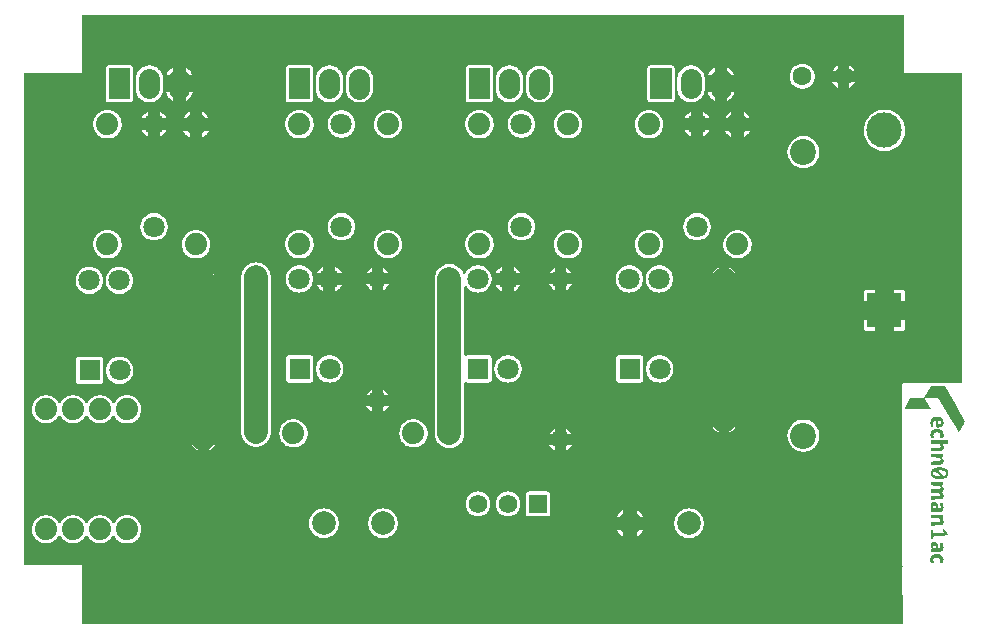
<source format=gtl>
G04 Layer: TopLayer*
G04 EasyEDA v6.4.32, 2022-03-02 21:26:25*
G04 a14d7df274ef46f18a143bcdf5e9aa52,ed70181f279245e6aff80281ee7dc86a,10*
G04 Gerber Generator version 0.2*
G04 Scale: 100 percent, Rotated: No, Reflected: No *
G04 Dimensions in millimeters *
G04 leading zeros omitted , absolute positions ,4 integer and 5 decimal *
%FSLAX45Y45*%
%MOMM*%

%ADD11C,2.0000*%
%ADD12C,0.5080*%
%ADD13C,1.8796*%
%ADD14C,1.6000*%
%ADD15C,1.8000*%
%ADD16R,3.0000X3.0000*%
%ADD17C,3.0000*%
%ADD18C,2.2000*%
%ADD19C,1.5748*%
%ADD20R,1.5748X1.5748*%
%ADD22R,1.8000X1.8000*%

%LPD*%
G36*
X1889760Y406908D02*
G01*
X1885848Y407670D01*
X1882597Y409905D01*
X1880362Y413156D01*
X1879600Y417068D01*
X1879600Y900684D01*
X1878584Y901700D01*
X1394968Y901700D01*
X1391056Y902462D01*
X1387805Y904697D01*
X1385570Y907948D01*
X1384808Y911860D01*
X1384808Y5057140D01*
X1385570Y5061051D01*
X1387805Y5064302D01*
X1391056Y5066538D01*
X1394968Y5067300D01*
X1878584Y5067300D01*
X1879600Y5068316D01*
X1879600Y5551932D01*
X1880362Y5555843D01*
X1882597Y5559094D01*
X1885848Y5561330D01*
X1889760Y5562092D01*
X8829040Y5562092D01*
X8832951Y5561330D01*
X8836202Y5559094D01*
X8838438Y5555843D01*
X8839200Y5551932D01*
X8839200Y5068316D01*
X8840216Y5067300D01*
X9322917Y5067300D01*
X9326829Y5066538D01*
X9330131Y5064302D01*
X9332315Y5061051D01*
X9333077Y5057140D01*
X9333585Y2456129D01*
X9332823Y2452268D01*
X9330639Y2448966D01*
X9327337Y2446782D01*
X9323425Y2445969D01*
X8844940Y2445969D01*
X8838590Y2445258D01*
X8833154Y2443378D01*
X8828227Y2440279D01*
X8824163Y2436164D01*
X8821064Y2431288D01*
X8819184Y2425852D01*
X8818473Y2419502D01*
X8818473Y920750D01*
X8819184Y914450D01*
X8821064Y908964D01*
X8824163Y904087D01*
X8825839Y902411D01*
X8827820Y899617D01*
X8828735Y896315D01*
X8828532Y892860D01*
X8826500Y887984D01*
X8834221Y417220D01*
X8833510Y413308D01*
X8831326Y409956D01*
X8828024Y407720D01*
X8824061Y406908D01*
G37*

%LPC*%
G36*
X2260600Y1086612D02*
G01*
X2275332Y1087526D01*
X2289860Y1090269D01*
X2303881Y1094740D01*
X2317292Y1100886D01*
X2329840Y1108659D01*
X2341372Y1117904D01*
X2351633Y1128522D01*
X2360523Y1140307D01*
X2367889Y1153058D01*
X2373630Y1166672D01*
X2377694Y1180846D01*
X2379980Y1195425D01*
X2380386Y1210208D01*
X2379065Y1224889D01*
X2375916Y1239316D01*
X2370988Y1253236D01*
X2364384Y1266444D01*
X2356256Y1278737D01*
X2346655Y1289964D01*
X2335733Y1299870D01*
X2323693Y1308404D01*
X2310688Y1315415D01*
X2296922Y1320749D01*
X2282647Y1324305D01*
X2267966Y1326134D01*
X2253234Y1326134D01*
X2238552Y1324305D01*
X2224278Y1320749D01*
X2210511Y1315415D01*
X2197506Y1308404D01*
X2185466Y1299870D01*
X2174544Y1289964D01*
X2164943Y1278737D01*
X2156815Y1266444D01*
X2155393Y1263599D01*
X2152650Y1260246D01*
X2148789Y1258265D01*
X2144420Y1258163D01*
X2140407Y1259840D01*
X2137511Y1263040D01*
X2131923Y1272692D01*
X2123033Y1284478D01*
X2112772Y1295095D01*
X2101240Y1304340D01*
X2088692Y1312113D01*
X2075281Y1318260D01*
X2061260Y1322730D01*
X2046732Y1325473D01*
X2032000Y1326388D01*
X2017268Y1325473D01*
X2002739Y1322730D01*
X1988718Y1318260D01*
X1975307Y1312113D01*
X1962759Y1304340D01*
X1951228Y1295095D01*
X1940966Y1284478D01*
X1932076Y1272692D01*
X1926488Y1263040D01*
X1923694Y1259890D01*
X1919833Y1258214D01*
X1915566Y1258214D01*
X1911705Y1259890D01*
X1908911Y1263040D01*
X1903323Y1272692D01*
X1894433Y1284478D01*
X1884172Y1295095D01*
X1872640Y1304340D01*
X1860092Y1312113D01*
X1846681Y1318260D01*
X1832660Y1322730D01*
X1818132Y1325473D01*
X1803400Y1326388D01*
X1788668Y1325473D01*
X1774139Y1322730D01*
X1760118Y1318260D01*
X1746707Y1312113D01*
X1734159Y1304340D01*
X1722628Y1295095D01*
X1712366Y1284478D01*
X1703476Y1272692D01*
X1697888Y1263040D01*
X1695094Y1259890D01*
X1691233Y1258214D01*
X1686966Y1258214D01*
X1683105Y1259890D01*
X1680311Y1263040D01*
X1674723Y1272692D01*
X1665833Y1284478D01*
X1655572Y1295095D01*
X1644040Y1304340D01*
X1631492Y1312113D01*
X1618081Y1318260D01*
X1604060Y1322730D01*
X1589532Y1325473D01*
X1574800Y1326388D01*
X1560068Y1325473D01*
X1545539Y1322730D01*
X1531518Y1318260D01*
X1518107Y1312113D01*
X1505559Y1304340D01*
X1494028Y1295095D01*
X1483766Y1284478D01*
X1474876Y1272692D01*
X1467510Y1259941D01*
X1461770Y1246327D01*
X1457706Y1232154D01*
X1455420Y1217574D01*
X1455013Y1202791D01*
X1456334Y1188110D01*
X1459484Y1173683D01*
X1464411Y1159764D01*
X1471015Y1146556D01*
X1479143Y1134262D01*
X1488744Y1123035D01*
X1499666Y1113129D01*
X1511706Y1104595D01*
X1524711Y1097584D01*
X1538478Y1092250D01*
X1552752Y1088694D01*
X1567434Y1086866D01*
X1582166Y1086866D01*
X1596847Y1088694D01*
X1611122Y1092250D01*
X1624888Y1097584D01*
X1637893Y1104595D01*
X1649933Y1113129D01*
X1660855Y1123035D01*
X1670456Y1134262D01*
X1678584Y1146556D01*
X1680006Y1149350D01*
X1682851Y1152855D01*
X1686864Y1154734D01*
X1691335Y1154734D01*
X1695348Y1152855D01*
X1698193Y1149350D01*
X1699615Y1146556D01*
X1707743Y1134262D01*
X1717344Y1123035D01*
X1728266Y1113129D01*
X1740306Y1104595D01*
X1753311Y1097584D01*
X1767078Y1092250D01*
X1781352Y1088694D01*
X1796034Y1086866D01*
X1810766Y1086866D01*
X1825447Y1088694D01*
X1839722Y1092250D01*
X1853488Y1097584D01*
X1866493Y1104595D01*
X1878533Y1113129D01*
X1889455Y1123035D01*
X1899056Y1134262D01*
X1907184Y1146556D01*
X1908606Y1149350D01*
X1911451Y1152855D01*
X1915464Y1154734D01*
X1919935Y1154734D01*
X1923948Y1152855D01*
X1926793Y1149350D01*
X1928215Y1146556D01*
X1936343Y1134262D01*
X1945944Y1123035D01*
X1956866Y1113129D01*
X1968906Y1104595D01*
X1981911Y1097584D01*
X1995678Y1092250D01*
X2009952Y1088694D01*
X2024634Y1086866D01*
X2039366Y1086866D01*
X2054047Y1088694D01*
X2068322Y1092250D01*
X2082088Y1097584D01*
X2095093Y1104595D01*
X2107133Y1113129D01*
X2118055Y1123035D01*
X2127656Y1134262D01*
X2135784Y1146556D01*
X2137206Y1149400D01*
X2139950Y1152753D01*
X2143810Y1154734D01*
X2148179Y1154836D01*
X2152192Y1153160D01*
X2155088Y1149959D01*
X2160676Y1140307D01*
X2169566Y1128522D01*
X2179828Y1117904D01*
X2191359Y1108659D01*
X2203907Y1100886D01*
X2217318Y1094740D01*
X2231339Y1090269D01*
X2245868Y1087526D01*
G37*
G36*
X3927856Y1131417D02*
G01*
X3943045Y1132332D01*
X3957980Y1135075D01*
X3972509Y1139596D01*
X3986377Y1145844D01*
X3999382Y1153718D01*
X4011320Y1163066D01*
X4022090Y1173835D01*
X4031437Y1185773D01*
X4039311Y1198778D01*
X4045559Y1212646D01*
X4050080Y1227175D01*
X4052824Y1242110D01*
X4053738Y1257300D01*
X4052824Y1272489D01*
X4050080Y1287424D01*
X4045559Y1301953D01*
X4039311Y1315821D01*
X4031437Y1328826D01*
X4022090Y1340764D01*
X4011320Y1351534D01*
X3999382Y1360881D01*
X3986377Y1368755D01*
X3972509Y1375003D01*
X3957980Y1379524D01*
X3943045Y1382268D01*
X3927856Y1383182D01*
X3912666Y1382268D01*
X3897731Y1379524D01*
X3883202Y1375003D01*
X3869334Y1368755D01*
X3856329Y1360881D01*
X3844391Y1351534D01*
X3833622Y1340764D01*
X3824274Y1328826D01*
X3816400Y1315821D01*
X3810152Y1301953D01*
X3805631Y1287424D01*
X3802887Y1272489D01*
X3801973Y1257300D01*
X3802887Y1242110D01*
X3805631Y1227175D01*
X3810152Y1212646D01*
X3816400Y1198778D01*
X3824274Y1185773D01*
X3833622Y1173835D01*
X3844391Y1163066D01*
X3856329Y1153718D01*
X3869334Y1145844D01*
X3883202Y1139596D01*
X3897731Y1135075D01*
X3912666Y1132332D01*
G37*
G36*
X4428744Y1131417D02*
G01*
X4443933Y1132332D01*
X4458868Y1135075D01*
X4473397Y1139596D01*
X4487265Y1145844D01*
X4500270Y1153718D01*
X4512208Y1163066D01*
X4522978Y1173835D01*
X4532325Y1185773D01*
X4540199Y1198778D01*
X4546447Y1212646D01*
X4550968Y1227175D01*
X4553712Y1242110D01*
X4554626Y1257300D01*
X4553712Y1272489D01*
X4550968Y1287424D01*
X4546447Y1301953D01*
X4540199Y1315821D01*
X4532325Y1328826D01*
X4522978Y1340764D01*
X4512208Y1351534D01*
X4500270Y1360881D01*
X4487265Y1368755D01*
X4473397Y1375003D01*
X4458868Y1379524D01*
X4443933Y1382268D01*
X4428744Y1383182D01*
X4413554Y1382268D01*
X4398619Y1379524D01*
X4384090Y1375003D01*
X4370222Y1368755D01*
X4357217Y1360881D01*
X4345279Y1351534D01*
X4334510Y1340764D01*
X4325162Y1328826D01*
X4317288Y1315821D01*
X4311040Y1301953D01*
X4306519Y1287424D01*
X4303776Y1272489D01*
X4302861Y1257300D01*
X4303776Y1242110D01*
X4306519Y1227175D01*
X4311040Y1212646D01*
X4317288Y1198778D01*
X4325162Y1185773D01*
X4334510Y1173835D01*
X4345279Y1163066D01*
X4357217Y1153718D01*
X4370222Y1145844D01*
X4384090Y1139596D01*
X4398619Y1135075D01*
X4413554Y1132332D01*
G37*
G36*
X7019544Y1131417D02*
G01*
X7034733Y1132332D01*
X7049668Y1135075D01*
X7064197Y1139596D01*
X7078065Y1145844D01*
X7091070Y1153718D01*
X7103008Y1163066D01*
X7113778Y1173835D01*
X7123125Y1185773D01*
X7130999Y1198778D01*
X7137247Y1212646D01*
X7141768Y1227175D01*
X7144512Y1242110D01*
X7145426Y1257300D01*
X7144512Y1272489D01*
X7141768Y1287424D01*
X7137247Y1301953D01*
X7130999Y1315821D01*
X7123125Y1328826D01*
X7113778Y1340764D01*
X7103008Y1351534D01*
X7091070Y1360881D01*
X7078065Y1368755D01*
X7064197Y1375003D01*
X7049668Y1379524D01*
X7034733Y1382268D01*
X7019544Y1383182D01*
X7004354Y1382268D01*
X6989419Y1379524D01*
X6974890Y1375003D01*
X6961022Y1368755D01*
X6948017Y1360881D01*
X6936079Y1351534D01*
X6925309Y1340764D01*
X6915962Y1328826D01*
X6908088Y1315821D01*
X6901840Y1301953D01*
X6897319Y1287424D01*
X6894575Y1272489D01*
X6893661Y1257300D01*
X6894575Y1242110D01*
X6897319Y1227175D01*
X6901840Y1212646D01*
X6908088Y1198778D01*
X6915962Y1185773D01*
X6925309Y1173835D01*
X6936079Y1163066D01*
X6948017Y1153718D01*
X6961022Y1145844D01*
X6974890Y1139596D01*
X6989419Y1135075D01*
X7004354Y1132332D01*
G37*
G36*
X6574993Y1144879D02*
G01*
X6577177Y1145844D01*
X6590182Y1153718D01*
X6602120Y1163066D01*
X6612890Y1173835D01*
X6622237Y1185773D01*
X6630111Y1198778D01*
X6631076Y1200962D01*
X6574993Y1200962D01*
G37*
G36*
X6462318Y1144879D02*
G01*
X6462318Y1200962D01*
X6406235Y1200962D01*
X6407200Y1198778D01*
X6415074Y1185773D01*
X6424422Y1173835D01*
X6435191Y1163066D01*
X6447129Y1153718D01*
X6460134Y1145844D01*
G37*
G36*
X6406235Y1313637D02*
G01*
X6462318Y1313637D01*
X6462318Y1369720D01*
X6460134Y1368755D01*
X6447129Y1360881D01*
X6435191Y1351534D01*
X6424422Y1340764D01*
X6415074Y1328826D01*
X6407200Y1315821D01*
G37*
G36*
X6574993Y1313637D02*
G01*
X6631076Y1313637D01*
X6630111Y1315821D01*
X6622237Y1328826D01*
X6612890Y1340764D01*
X6602120Y1351534D01*
X6590182Y1360881D01*
X6577177Y1368755D01*
X6574993Y1369720D01*
G37*
G36*
X5486400Y1317752D02*
G01*
X5500065Y1318666D01*
X5513476Y1321358D01*
X5526430Y1325727D01*
X5538724Y1331772D01*
X5550103Y1339392D01*
X5560364Y1348435D01*
X5569407Y1358696D01*
X5577027Y1370076D01*
X5583072Y1382369D01*
X5587441Y1395323D01*
X5590133Y1408734D01*
X5591048Y1422400D01*
X5590133Y1436065D01*
X5587441Y1449476D01*
X5583072Y1462430D01*
X5577027Y1474724D01*
X5569407Y1486103D01*
X5560364Y1496364D01*
X5550103Y1505407D01*
X5538724Y1513027D01*
X5526430Y1519072D01*
X5513476Y1523441D01*
X5500065Y1526133D01*
X5486400Y1527048D01*
X5472734Y1526133D01*
X5459323Y1523441D01*
X5446369Y1519072D01*
X5434076Y1513027D01*
X5422696Y1505407D01*
X5412435Y1496364D01*
X5403392Y1486103D01*
X5395772Y1474724D01*
X5389727Y1462430D01*
X5385358Y1449476D01*
X5382666Y1436065D01*
X5381752Y1422400D01*
X5382666Y1408734D01*
X5385358Y1395323D01*
X5389727Y1382369D01*
X5395772Y1370076D01*
X5403392Y1358696D01*
X5412435Y1348435D01*
X5422696Y1339392D01*
X5434076Y1331772D01*
X5446369Y1325727D01*
X5459323Y1321358D01*
X5472734Y1318666D01*
G37*
G36*
X5232400Y1317752D02*
G01*
X5246065Y1318666D01*
X5259476Y1321358D01*
X5272430Y1325727D01*
X5284724Y1331772D01*
X5296103Y1339392D01*
X5306364Y1348435D01*
X5315407Y1358696D01*
X5323027Y1370076D01*
X5329072Y1382369D01*
X5333441Y1395323D01*
X5336133Y1408734D01*
X5337048Y1422400D01*
X5336133Y1436065D01*
X5333441Y1449476D01*
X5329072Y1462430D01*
X5323027Y1474724D01*
X5315407Y1486103D01*
X5306364Y1496364D01*
X5296103Y1505407D01*
X5284724Y1513027D01*
X5272430Y1519072D01*
X5259476Y1523441D01*
X5246065Y1526133D01*
X5232400Y1527048D01*
X5218734Y1526133D01*
X5205323Y1523441D01*
X5192369Y1519072D01*
X5180076Y1513027D01*
X5168696Y1505407D01*
X5158435Y1496364D01*
X5149392Y1486103D01*
X5141772Y1474724D01*
X5135727Y1462430D01*
X5131358Y1449476D01*
X5128666Y1436065D01*
X5127752Y1422400D01*
X5128666Y1408734D01*
X5131358Y1395323D01*
X5135727Y1382369D01*
X5141772Y1370076D01*
X5149392Y1358696D01*
X5158435Y1348435D01*
X5168696Y1339392D01*
X5180076Y1331772D01*
X5192369Y1325727D01*
X5205323Y1321358D01*
X5218734Y1318666D01*
G37*
G36*
X5662218Y1317752D02*
G01*
X5818581Y1317752D01*
X5824880Y1318463D01*
X5830366Y1320393D01*
X5835243Y1323441D01*
X5839358Y1327556D01*
X5842406Y1332433D01*
X5844336Y1337919D01*
X5845048Y1344218D01*
X5845048Y1500581D01*
X5844336Y1506880D01*
X5842406Y1512366D01*
X5839358Y1517243D01*
X5835243Y1521358D01*
X5830366Y1524406D01*
X5824880Y1526336D01*
X5818581Y1527048D01*
X5662218Y1527048D01*
X5655919Y1526336D01*
X5650433Y1524406D01*
X5645556Y1521358D01*
X5641441Y1517243D01*
X5638393Y1512366D01*
X5636463Y1506880D01*
X5635752Y1500581D01*
X5635752Y1344218D01*
X5636463Y1337919D01*
X5638393Y1332433D01*
X5641441Y1327556D01*
X5645556Y1323441D01*
X5650433Y1320393D01*
X5655919Y1318463D01*
G37*
G36*
X7988300Y1864512D02*
G01*
X8004098Y1865426D01*
X8019643Y1868170D01*
X8034781Y1872691D01*
X8049310Y1878939D01*
X8062975Y1886864D01*
X8075625Y1896313D01*
X8087156Y1907133D01*
X8097316Y1919274D01*
X8106003Y1932432D01*
X8113064Y1946554D01*
X8118500Y1961438D01*
X8122107Y1976780D01*
X8123936Y1992477D01*
X8123936Y2008276D01*
X8122107Y2023973D01*
X8118500Y2039366D01*
X8113064Y2054199D01*
X8106003Y2068322D01*
X8097316Y2081530D01*
X8087156Y2093671D01*
X8075625Y2104491D01*
X8062975Y2113940D01*
X8049310Y2121814D01*
X8034781Y2128113D01*
X8019643Y2132634D01*
X8004098Y2135378D01*
X7988300Y2136292D01*
X7972501Y2135378D01*
X7956956Y2132634D01*
X7941818Y2128113D01*
X7927289Y2121814D01*
X7913624Y2113940D01*
X7900974Y2104491D01*
X7889443Y2093671D01*
X7879283Y2081530D01*
X7870596Y2068322D01*
X7863535Y2054199D01*
X7858099Y2039366D01*
X7854492Y2023973D01*
X7852664Y2008276D01*
X7852664Y1992477D01*
X7854492Y1976780D01*
X7858099Y1961438D01*
X7863535Y1946554D01*
X7870596Y1932432D01*
X7879283Y1919274D01*
X7889443Y1907133D01*
X7900974Y1896313D01*
X7913624Y1886864D01*
X7927289Y1878939D01*
X7941818Y1872691D01*
X7956956Y1868170D01*
X7972501Y1865426D01*
G37*
G36*
X2954020Y1874621D02*
G01*
X2960624Y1877872D01*
X2972003Y1885492D01*
X2982264Y1894535D01*
X2991307Y1904796D01*
X2998927Y1916175D01*
X3002178Y1922780D01*
X2954020Y1922780D01*
G37*
G36*
X5885180Y1874621D02*
G01*
X5885180Y1922780D01*
X5837021Y1922780D01*
X5840272Y1916175D01*
X5847892Y1904796D01*
X5856935Y1894535D01*
X5867196Y1885492D01*
X5878576Y1877872D01*
G37*
G36*
X2862580Y1874621D02*
G01*
X2862580Y1922780D01*
X2814421Y1922780D01*
X2817672Y1916175D01*
X2825292Y1904796D01*
X2834335Y1894535D01*
X2844596Y1885492D01*
X2855976Y1877872D01*
G37*
G36*
X5976620Y1874621D02*
G01*
X5983224Y1877872D01*
X5994603Y1885492D01*
X6004864Y1894535D01*
X6013907Y1904796D01*
X6021527Y1916175D01*
X6024778Y1922780D01*
X5976620Y1922780D01*
G37*
G36*
X4991100Y1893417D02*
G01*
X5006289Y1894332D01*
X5021224Y1897075D01*
X5035753Y1901596D01*
X5049621Y1907844D01*
X5062626Y1915718D01*
X5074564Y1925066D01*
X5085334Y1935835D01*
X5094681Y1947773D01*
X5102555Y1960778D01*
X5108803Y1974646D01*
X5113324Y1989175D01*
X5116068Y2004110D01*
X5117033Y2019604D01*
X5117033Y2442972D01*
X5117744Y2446731D01*
X5119827Y2449982D01*
X5122976Y2452217D01*
X5126736Y2453081D01*
X5130546Y2452522D01*
X5137150Y2450185D01*
X5143500Y2449474D01*
X5322316Y2449474D01*
X5328666Y2450185D01*
X5334101Y2452116D01*
X5339029Y2455164D01*
X5343093Y2459278D01*
X5346192Y2464155D01*
X5348122Y2469642D01*
X5348833Y2475941D01*
X5348833Y2654808D01*
X5348122Y2661158D01*
X5346192Y2666593D01*
X5343093Y2671521D01*
X5339029Y2675585D01*
X5334101Y2678684D01*
X5328666Y2680563D01*
X5322316Y2681274D01*
X5143500Y2681274D01*
X5137150Y2680614D01*
X5130546Y2678226D01*
X5126736Y2677668D01*
X5122976Y2678582D01*
X5119827Y2680817D01*
X5117744Y2684018D01*
X5117033Y2687828D01*
X5117033Y3257448D01*
X5117896Y3261614D01*
X5120386Y3265017D01*
X5124043Y3267151D01*
X5128209Y3267557D01*
X5132273Y3266287D01*
X5135372Y3263442D01*
X5142585Y3253536D01*
X5152542Y3242919D01*
X5163769Y3233623D01*
X5176062Y3225850D01*
X5189220Y3219653D01*
X5203088Y3215132D01*
X5217363Y3212388D01*
X5231892Y3211474D01*
X5246420Y3212388D01*
X5260695Y3215132D01*
X5274564Y3219653D01*
X5287721Y3225850D01*
X5300014Y3233623D01*
X5311241Y3242919D01*
X5321198Y3253536D01*
X5329732Y3265271D01*
X5336743Y3278022D01*
X5342128Y3291586D01*
X5345734Y3305657D01*
X5347563Y3320084D01*
X5347563Y3334664D01*
X5345734Y3349091D01*
X5342128Y3363214D01*
X5336743Y3376726D01*
X5329732Y3389477D01*
X5321198Y3401263D01*
X5311241Y3411880D01*
X5300014Y3421126D01*
X5287721Y3428949D01*
X5274564Y3435146D01*
X5260695Y3439617D01*
X5246420Y3442360D01*
X5231892Y3443274D01*
X5217363Y3442360D01*
X5203088Y3439617D01*
X5189220Y3435146D01*
X5176062Y3428949D01*
X5163769Y3421126D01*
X5152542Y3411880D01*
X5142585Y3401263D01*
X5134051Y3389477D01*
X5127040Y3376726D01*
X5126380Y3375050D01*
X5124246Y3371697D01*
X5120995Y3369462D01*
X5117134Y3368598D01*
X5113274Y3369310D01*
X5109921Y3371392D01*
X5107635Y3374593D01*
X5102555Y3385921D01*
X5094681Y3398926D01*
X5085334Y3410864D01*
X5074564Y3421634D01*
X5062626Y3430981D01*
X5049621Y3438855D01*
X5035753Y3445103D01*
X5021224Y3449624D01*
X5006289Y3452368D01*
X4991100Y3453282D01*
X4975910Y3452368D01*
X4960975Y3449624D01*
X4946446Y3445103D01*
X4932578Y3438855D01*
X4919573Y3430981D01*
X4907635Y3421634D01*
X4896866Y3410864D01*
X4887518Y3398926D01*
X4879644Y3385921D01*
X4873396Y3372053D01*
X4868875Y3357524D01*
X4866132Y3342589D01*
X4865217Y3327095D01*
X4865217Y2019604D01*
X4866132Y2004110D01*
X4868875Y1989175D01*
X4873396Y1974646D01*
X4879644Y1960778D01*
X4887518Y1947773D01*
X4896866Y1935835D01*
X4907635Y1925066D01*
X4919573Y1915718D01*
X4932578Y1907844D01*
X4946446Y1901596D01*
X4960975Y1897075D01*
X4975910Y1894332D01*
G37*
G36*
X3666591Y1899462D02*
G01*
X3681374Y1899920D01*
X3695954Y1902206D01*
X3710127Y1906270D01*
X3723741Y1912010D01*
X3736492Y1919376D01*
X3748278Y1928266D01*
X3758895Y1938528D01*
X3768140Y1950059D01*
X3775913Y1962607D01*
X3782060Y1976018D01*
X3786530Y1990039D01*
X3789273Y2004568D01*
X3790187Y2019300D01*
X3789273Y2034032D01*
X3786530Y2048560D01*
X3782060Y2062581D01*
X3775913Y2075992D01*
X3768140Y2088540D01*
X3758895Y2100072D01*
X3748278Y2110333D01*
X3736492Y2119223D01*
X3723741Y2126589D01*
X3710127Y2132330D01*
X3695954Y2136394D01*
X3681374Y2138680D01*
X3666591Y2139086D01*
X3651910Y2137765D01*
X3637483Y2134616D01*
X3623564Y2129688D01*
X3610356Y2123084D01*
X3598062Y2114956D01*
X3586835Y2105355D01*
X3576929Y2094433D01*
X3568395Y2082393D01*
X3561384Y2069388D01*
X3556050Y2055622D01*
X3552494Y2041347D01*
X3550665Y2026666D01*
X3550665Y2011934D01*
X3552494Y1997252D01*
X3556050Y1982978D01*
X3561384Y1969211D01*
X3568395Y1956206D01*
X3576929Y1944166D01*
X3586835Y1933244D01*
X3598062Y1923643D01*
X3610356Y1915515D01*
X3623564Y1908911D01*
X3637483Y1903984D01*
X3651910Y1900834D01*
G37*
G36*
X4682591Y1899462D02*
G01*
X4697374Y1899920D01*
X4711954Y1902206D01*
X4726127Y1906270D01*
X4739741Y1912010D01*
X4752492Y1919376D01*
X4764278Y1928266D01*
X4774895Y1938528D01*
X4784140Y1950059D01*
X4791913Y1962607D01*
X4798060Y1976018D01*
X4802530Y1990039D01*
X4805273Y2004568D01*
X4806188Y2019300D01*
X4805273Y2034032D01*
X4802530Y2048560D01*
X4798060Y2062581D01*
X4791913Y2075992D01*
X4784140Y2088540D01*
X4774895Y2100072D01*
X4764278Y2110333D01*
X4752492Y2119223D01*
X4739741Y2126589D01*
X4726127Y2132330D01*
X4711954Y2136394D01*
X4697374Y2138680D01*
X4682591Y2139086D01*
X4667910Y2137765D01*
X4653483Y2134616D01*
X4639564Y2129688D01*
X4626356Y2123084D01*
X4614062Y2114956D01*
X4602835Y2105355D01*
X4592929Y2094433D01*
X4584395Y2082393D01*
X4577384Y2069388D01*
X4572050Y2055622D01*
X4568494Y2041347D01*
X4566666Y2026666D01*
X4566666Y2011934D01*
X4568494Y1997252D01*
X4572050Y1982978D01*
X4577384Y1969211D01*
X4584395Y1956206D01*
X4592929Y1944166D01*
X4602835Y1933244D01*
X4614062Y1923643D01*
X4626356Y1915515D01*
X4639564Y1908911D01*
X4653483Y1903984D01*
X4667910Y1900834D01*
G37*
G36*
X3352800Y1906117D02*
G01*
X3367989Y1907032D01*
X3382924Y1909775D01*
X3397453Y1914296D01*
X3411321Y1920544D01*
X3424326Y1928418D01*
X3436264Y1937766D01*
X3447034Y1948535D01*
X3456381Y1960473D01*
X3464255Y1973478D01*
X3470503Y1987346D01*
X3475024Y2001875D01*
X3477768Y2016810D01*
X3478733Y2032304D01*
X3478733Y3339795D01*
X3477768Y3355289D01*
X3475024Y3370224D01*
X3470503Y3384753D01*
X3464255Y3398621D01*
X3456381Y3411626D01*
X3447034Y3423564D01*
X3436264Y3434334D01*
X3424326Y3443681D01*
X3411321Y3451555D01*
X3397453Y3457803D01*
X3382924Y3462324D01*
X3367989Y3465068D01*
X3352800Y3465982D01*
X3337610Y3465068D01*
X3322675Y3462324D01*
X3308146Y3457803D01*
X3294278Y3451555D01*
X3281273Y3443681D01*
X3269335Y3434334D01*
X3258565Y3423564D01*
X3249218Y3411626D01*
X3241344Y3398621D01*
X3235096Y3384753D01*
X3230575Y3370224D01*
X3227832Y3355289D01*
X3226866Y3339795D01*
X3226866Y2032304D01*
X3227832Y2016810D01*
X3230575Y2001875D01*
X3235096Y1987346D01*
X3241344Y1973478D01*
X3249218Y1960473D01*
X3258565Y1948535D01*
X3269335Y1937766D01*
X3281273Y1928418D01*
X3294278Y1920544D01*
X3308146Y1914296D01*
X3322675Y1909775D01*
X3337610Y1907032D01*
G37*
G36*
X5837021Y2014220D02*
G01*
X5885180Y2014220D01*
X5885180Y2062378D01*
X5878576Y2059127D01*
X5867196Y2051507D01*
X5856935Y2042464D01*
X5847892Y2032203D01*
X5840272Y2020824D01*
G37*
G36*
X5976620Y2014220D02*
G01*
X6024778Y2014220D01*
X6021527Y2020824D01*
X6013907Y2032203D01*
X6004864Y2042464D01*
X5994603Y2051507D01*
X5983224Y2059127D01*
X5976620Y2062378D01*
G37*
G36*
X2814421Y2014220D02*
G01*
X2862580Y2014220D01*
X2862580Y2062378D01*
X2855976Y2059127D01*
X2844596Y2051507D01*
X2834335Y2042464D01*
X2825292Y2032203D01*
X2817672Y2020824D01*
G37*
G36*
X2954020Y2014220D02*
G01*
X3002178Y2014220D01*
X2998927Y2020824D01*
X2991307Y2032203D01*
X2982264Y2042464D01*
X2972003Y2051507D01*
X2960624Y2059127D01*
X2954020Y2062378D01*
G37*
G36*
X7360920Y2027021D02*
G01*
X7367524Y2030272D01*
X7378903Y2037892D01*
X7389164Y2046935D01*
X7398207Y2057196D01*
X7405827Y2068575D01*
X7409078Y2075180D01*
X7360920Y2075180D01*
G37*
G36*
X7269480Y2027021D02*
G01*
X7269480Y2075180D01*
X7221321Y2075180D01*
X7224572Y2068575D01*
X7232192Y2057196D01*
X7241235Y2046935D01*
X7251496Y2037892D01*
X7262875Y2030272D01*
G37*
G36*
X2260600Y2102612D02*
G01*
X2275332Y2103526D01*
X2289860Y2106269D01*
X2303881Y2110740D01*
X2317292Y2116886D01*
X2329840Y2124659D01*
X2341372Y2133904D01*
X2351633Y2144522D01*
X2360523Y2156307D01*
X2367889Y2169058D01*
X2373630Y2182672D01*
X2377694Y2196846D01*
X2379980Y2211425D01*
X2380386Y2226208D01*
X2379065Y2240889D01*
X2375916Y2255316D01*
X2370988Y2269236D01*
X2364384Y2282444D01*
X2356256Y2294737D01*
X2346655Y2305964D01*
X2335733Y2315870D01*
X2323693Y2324404D01*
X2310688Y2331415D01*
X2296922Y2336749D01*
X2282647Y2340305D01*
X2267966Y2342134D01*
X2253234Y2342134D01*
X2238552Y2340305D01*
X2224278Y2336749D01*
X2210511Y2331415D01*
X2197506Y2324404D01*
X2185466Y2315870D01*
X2174544Y2305964D01*
X2164943Y2294737D01*
X2156815Y2282444D01*
X2155393Y2279599D01*
X2152650Y2276246D01*
X2148789Y2274265D01*
X2144420Y2274163D01*
X2140407Y2275840D01*
X2137511Y2279040D01*
X2131923Y2288692D01*
X2123033Y2300478D01*
X2112772Y2311095D01*
X2101240Y2320340D01*
X2088692Y2328113D01*
X2075281Y2334260D01*
X2061260Y2338730D01*
X2046732Y2341473D01*
X2032000Y2342388D01*
X2017268Y2341473D01*
X2002739Y2338730D01*
X1988718Y2334260D01*
X1975307Y2328113D01*
X1962759Y2320340D01*
X1951228Y2311095D01*
X1940966Y2300478D01*
X1932076Y2288692D01*
X1926488Y2279040D01*
X1923694Y2275890D01*
X1919833Y2274214D01*
X1915566Y2274214D01*
X1911705Y2275890D01*
X1908911Y2279040D01*
X1903323Y2288692D01*
X1894433Y2300478D01*
X1884172Y2311095D01*
X1872640Y2320340D01*
X1860092Y2328113D01*
X1846681Y2334260D01*
X1832660Y2338730D01*
X1818132Y2341473D01*
X1803400Y2342388D01*
X1788668Y2341473D01*
X1774139Y2338730D01*
X1760118Y2334260D01*
X1746707Y2328113D01*
X1734159Y2320340D01*
X1722628Y2311095D01*
X1712366Y2300478D01*
X1703476Y2288692D01*
X1697888Y2279040D01*
X1695094Y2275890D01*
X1691233Y2274214D01*
X1686966Y2274214D01*
X1683105Y2275890D01*
X1680311Y2279040D01*
X1674723Y2288692D01*
X1665833Y2300478D01*
X1655572Y2311095D01*
X1644040Y2320340D01*
X1631492Y2328113D01*
X1618081Y2334260D01*
X1604060Y2338730D01*
X1589532Y2341473D01*
X1574800Y2342388D01*
X1560068Y2341473D01*
X1545539Y2338730D01*
X1531518Y2334260D01*
X1518107Y2328113D01*
X1505559Y2320340D01*
X1494028Y2311095D01*
X1483766Y2300478D01*
X1474876Y2288692D01*
X1467510Y2275941D01*
X1461770Y2262327D01*
X1457706Y2248154D01*
X1455420Y2233574D01*
X1455013Y2218791D01*
X1456334Y2204110D01*
X1459484Y2189683D01*
X1464411Y2175764D01*
X1471015Y2162556D01*
X1479143Y2150262D01*
X1488744Y2139035D01*
X1499666Y2129129D01*
X1511706Y2120595D01*
X1524711Y2113584D01*
X1538478Y2108250D01*
X1552752Y2104694D01*
X1567434Y2102866D01*
X1582166Y2102866D01*
X1596847Y2104694D01*
X1611122Y2108250D01*
X1624888Y2113584D01*
X1637893Y2120595D01*
X1649933Y2129129D01*
X1660855Y2139035D01*
X1670456Y2150262D01*
X1678584Y2162556D01*
X1680006Y2165350D01*
X1682851Y2168855D01*
X1686864Y2170734D01*
X1691335Y2170734D01*
X1695348Y2168855D01*
X1698193Y2165350D01*
X1699615Y2162556D01*
X1707743Y2150262D01*
X1717344Y2139035D01*
X1728266Y2129129D01*
X1740306Y2120595D01*
X1753311Y2113584D01*
X1767078Y2108250D01*
X1781352Y2104694D01*
X1796034Y2102866D01*
X1810766Y2102866D01*
X1825447Y2104694D01*
X1839722Y2108250D01*
X1853488Y2113584D01*
X1866493Y2120595D01*
X1878533Y2129129D01*
X1889455Y2139035D01*
X1899056Y2150262D01*
X1907184Y2162556D01*
X1908606Y2165350D01*
X1911451Y2168855D01*
X1915464Y2170734D01*
X1919935Y2170734D01*
X1923948Y2168855D01*
X1926793Y2165350D01*
X1928215Y2162556D01*
X1936343Y2150262D01*
X1945944Y2139035D01*
X1956866Y2129129D01*
X1968906Y2120595D01*
X1981911Y2113584D01*
X1995678Y2108250D01*
X2009952Y2104694D01*
X2024634Y2102866D01*
X2039366Y2102866D01*
X2054047Y2104694D01*
X2068322Y2108250D01*
X2082088Y2113584D01*
X2095093Y2120595D01*
X2107133Y2129129D01*
X2118055Y2139035D01*
X2127656Y2150262D01*
X2135784Y2162556D01*
X2137206Y2165400D01*
X2139950Y2168753D01*
X2143810Y2170734D01*
X2148179Y2170836D01*
X2152192Y2169160D01*
X2155088Y2165959D01*
X2160676Y2156307D01*
X2169566Y2144522D01*
X2179828Y2133904D01*
X2191359Y2124659D01*
X2203907Y2116886D01*
X2217318Y2110740D01*
X2231339Y2106269D01*
X2245868Y2103526D01*
G37*
G36*
X7221321Y2166620D02*
G01*
X7269480Y2166620D01*
X7269480Y2214778D01*
X7262875Y2211527D01*
X7251496Y2203907D01*
X7241235Y2194864D01*
X7232192Y2184603D01*
X7224572Y2173224D01*
G37*
G36*
X7360920Y2166620D02*
G01*
X7409078Y2166620D01*
X7405827Y2173224D01*
X7398207Y2184603D01*
X7389164Y2194864D01*
X7378903Y2203907D01*
X7367524Y2211527D01*
X7360920Y2214778D01*
G37*
G36*
X4335780Y2204821D02*
G01*
X4335780Y2252980D01*
X4287621Y2252980D01*
X4290872Y2246376D01*
X4298492Y2234996D01*
X4307535Y2224735D01*
X4317796Y2215692D01*
X4329176Y2208072D01*
G37*
G36*
X4427220Y2204821D02*
G01*
X4433824Y2208072D01*
X4445203Y2215692D01*
X4455464Y2224735D01*
X4464507Y2234996D01*
X4472127Y2246376D01*
X4475378Y2252980D01*
X4427220Y2252980D01*
G37*
G36*
X4287621Y2344420D02*
G01*
X4335780Y2344420D01*
X4335780Y2392578D01*
X4329176Y2389327D01*
X4317796Y2381707D01*
X4307535Y2372664D01*
X4298492Y2362403D01*
X4290872Y2351024D01*
G37*
G36*
X4427220Y2344420D02*
G01*
X4475378Y2344420D01*
X4472127Y2351024D01*
X4464507Y2362403D01*
X4455464Y2372664D01*
X4445203Y2381707D01*
X4433824Y2389327D01*
X4427220Y2392578D01*
G37*
G36*
X1854200Y2436774D02*
G01*
X2033016Y2436774D01*
X2039366Y2437485D01*
X2044801Y2439416D01*
X2049729Y2442464D01*
X2053793Y2446578D01*
X2056892Y2451455D01*
X2058822Y2456942D01*
X2059533Y2463241D01*
X2059533Y2642108D01*
X2058822Y2648458D01*
X2056892Y2653893D01*
X2053793Y2658821D01*
X2049729Y2662885D01*
X2044801Y2665984D01*
X2039366Y2667863D01*
X2033016Y2668574D01*
X1854200Y2668574D01*
X1847850Y2667863D01*
X1842414Y2665984D01*
X1837486Y2662885D01*
X1833422Y2658821D01*
X1830324Y2653893D01*
X1828393Y2648458D01*
X1827682Y2642108D01*
X1827682Y2463241D01*
X1828393Y2456942D01*
X1830324Y2451455D01*
X1833422Y2446578D01*
X1837486Y2442464D01*
X1842414Y2439416D01*
X1847850Y2437485D01*
G37*
G36*
X2197608Y2436825D02*
G01*
X2212136Y2437739D01*
X2226411Y2440432D01*
X2240280Y2444953D01*
X2253437Y2451150D01*
X2265730Y2458923D01*
X2276957Y2468219D01*
X2286914Y2478836D01*
X2295448Y2490571D01*
X2302459Y2503322D01*
X2307844Y2516886D01*
X2311450Y2530957D01*
X2313279Y2545435D01*
X2313279Y2559964D01*
X2311450Y2574391D01*
X2307844Y2588514D01*
X2302459Y2602026D01*
X2295448Y2614777D01*
X2286914Y2626563D01*
X2276957Y2637180D01*
X2265730Y2646426D01*
X2253437Y2654249D01*
X2240280Y2660446D01*
X2226411Y2664917D01*
X2212136Y2667660D01*
X2197608Y2668574D01*
X2183079Y2667660D01*
X2168804Y2664917D01*
X2154936Y2660446D01*
X2141778Y2654249D01*
X2129485Y2646426D01*
X2118258Y2637180D01*
X2108301Y2626563D01*
X2099767Y2614777D01*
X2092756Y2602026D01*
X2087372Y2588514D01*
X2083765Y2574391D01*
X2081936Y2559964D01*
X2081936Y2545435D01*
X2083765Y2530957D01*
X2087372Y2516886D01*
X2092756Y2503322D01*
X2099767Y2490571D01*
X2108301Y2478836D01*
X2118258Y2468219D01*
X2129485Y2458923D01*
X2141778Y2451150D01*
X2154936Y2444953D01*
X2168804Y2440432D01*
X2183079Y2437739D01*
G37*
G36*
X3632200Y2449474D02*
G01*
X3811015Y2449474D01*
X3817365Y2450185D01*
X3822801Y2452116D01*
X3827729Y2455164D01*
X3831793Y2459278D01*
X3834892Y2464155D01*
X3836822Y2469642D01*
X3837533Y2475941D01*
X3837533Y2654808D01*
X3836822Y2661158D01*
X3834892Y2666593D01*
X3831793Y2671521D01*
X3827729Y2675585D01*
X3822801Y2678684D01*
X3817365Y2680563D01*
X3811015Y2681274D01*
X3632200Y2681274D01*
X3625850Y2680563D01*
X3620414Y2678684D01*
X3615486Y2675585D01*
X3611422Y2671521D01*
X3608324Y2666593D01*
X3606393Y2661158D01*
X3605682Y2654808D01*
X3605682Y2475941D01*
X3606393Y2469642D01*
X3608324Y2464155D01*
X3611422Y2459278D01*
X3615486Y2455164D01*
X3620414Y2452116D01*
X3625850Y2450185D01*
G37*
G36*
X6426200Y2449474D02*
G01*
X6605016Y2449474D01*
X6611366Y2450185D01*
X6616801Y2452116D01*
X6621729Y2455164D01*
X6625793Y2459278D01*
X6628892Y2464155D01*
X6630822Y2469642D01*
X6631533Y2475941D01*
X6631533Y2654808D01*
X6630822Y2661158D01*
X6628892Y2666593D01*
X6625793Y2671521D01*
X6621729Y2675585D01*
X6616801Y2678684D01*
X6611366Y2680563D01*
X6605016Y2681274D01*
X6426200Y2681274D01*
X6419850Y2680563D01*
X6414414Y2678684D01*
X6409486Y2675585D01*
X6405422Y2671521D01*
X6402324Y2666593D01*
X6400393Y2661158D01*
X6399682Y2654808D01*
X6399682Y2475941D01*
X6400393Y2469642D01*
X6402324Y2464155D01*
X6405422Y2459278D01*
X6409486Y2455164D01*
X6414414Y2452116D01*
X6419850Y2450185D01*
G37*
G36*
X5486908Y2449525D02*
G01*
X5501436Y2450439D01*
X5515711Y2453132D01*
X5529580Y2457653D01*
X5542737Y2463850D01*
X5555030Y2471623D01*
X5566257Y2480919D01*
X5576214Y2491536D01*
X5584748Y2503271D01*
X5591759Y2516022D01*
X5597144Y2529586D01*
X5600750Y2543657D01*
X5602579Y2558135D01*
X5602579Y2572664D01*
X5600750Y2587091D01*
X5597144Y2601214D01*
X5591759Y2614726D01*
X5584748Y2627477D01*
X5576214Y2639263D01*
X5566257Y2649880D01*
X5555030Y2659126D01*
X5542737Y2666949D01*
X5529580Y2673146D01*
X5515711Y2677617D01*
X5501436Y2680360D01*
X5486908Y2681274D01*
X5472379Y2680360D01*
X5458104Y2677617D01*
X5444236Y2673146D01*
X5431078Y2666949D01*
X5418785Y2659126D01*
X5407558Y2649880D01*
X5397601Y2639263D01*
X5389067Y2627477D01*
X5382056Y2614726D01*
X5376672Y2601214D01*
X5373065Y2587091D01*
X5371236Y2572664D01*
X5371236Y2558135D01*
X5373065Y2543657D01*
X5376672Y2529586D01*
X5382056Y2516022D01*
X5389067Y2503271D01*
X5397601Y2491536D01*
X5407558Y2480919D01*
X5418785Y2471623D01*
X5431078Y2463850D01*
X5444236Y2457653D01*
X5458104Y2453132D01*
X5472379Y2450439D01*
G37*
G36*
X6769608Y2449525D02*
G01*
X6784136Y2450439D01*
X6798411Y2453132D01*
X6812280Y2457653D01*
X6825437Y2463850D01*
X6837730Y2471623D01*
X6848957Y2480919D01*
X6858914Y2491536D01*
X6867448Y2503271D01*
X6874459Y2516022D01*
X6879844Y2529586D01*
X6883450Y2543657D01*
X6885279Y2558135D01*
X6885279Y2572664D01*
X6883450Y2587091D01*
X6879844Y2601214D01*
X6874459Y2614726D01*
X6867448Y2627477D01*
X6858914Y2639263D01*
X6848957Y2649880D01*
X6837730Y2659126D01*
X6825437Y2666949D01*
X6812280Y2673146D01*
X6798411Y2677617D01*
X6784136Y2680360D01*
X6769608Y2681274D01*
X6755079Y2680360D01*
X6740804Y2677617D01*
X6726936Y2673146D01*
X6713778Y2666949D01*
X6701485Y2659126D01*
X6690258Y2649880D01*
X6680301Y2639263D01*
X6671767Y2627477D01*
X6664756Y2614726D01*
X6659372Y2601214D01*
X6655765Y2587091D01*
X6653936Y2572664D01*
X6653936Y2558135D01*
X6655765Y2543657D01*
X6659372Y2529586D01*
X6664756Y2516022D01*
X6671767Y2503271D01*
X6680301Y2491536D01*
X6690258Y2480919D01*
X6701485Y2471623D01*
X6713778Y2463850D01*
X6726936Y2457653D01*
X6740804Y2453132D01*
X6755079Y2450439D01*
G37*
G36*
X3975608Y2449525D02*
G01*
X3990136Y2450439D01*
X4004411Y2453132D01*
X4018279Y2457653D01*
X4031437Y2463850D01*
X4043730Y2471623D01*
X4054957Y2480919D01*
X4064914Y2491536D01*
X4073448Y2503271D01*
X4080459Y2516022D01*
X4085844Y2529586D01*
X4089450Y2543657D01*
X4091279Y2558135D01*
X4091279Y2572664D01*
X4089450Y2587091D01*
X4085844Y2601214D01*
X4080459Y2614726D01*
X4073448Y2627477D01*
X4064914Y2639263D01*
X4054957Y2649880D01*
X4043730Y2659126D01*
X4031437Y2666949D01*
X4018279Y2673146D01*
X4004411Y2677617D01*
X3990136Y2680360D01*
X3975608Y2681274D01*
X3961079Y2680360D01*
X3946804Y2677617D01*
X3932936Y2673146D01*
X3919778Y2666949D01*
X3907485Y2659126D01*
X3896258Y2649880D01*
X3886301Y2639263D01*
X3877767Y2627477D01*
X3870756Y2614726D01*
X3865372Y2601214D01*
X3861765Y2587091D01*
X3859936Y2572664D01*
X3859936Y2558135D01*
X3861765Y2543657D01*
X3865372Y2529586D01*
X3870756Y2516022D01*
X3877767Y2503271D01*
X3886301Y2491536D01*
X3896258Y2480919D01*
X3907485Y2471623D01*
X3919778Y2463850D01*
X3932936Y2457653D01*
X3946804Y2453132D01*
X3961079Y2450439D01*
G37*
G36*
X8524646Y2884779D02*
G01*
X8592769Y2884779D01*
X8592769Y2979369D01*
X8498179Y2979369D01*
X8498179Y2911246D01*
X8498890Y2904947D01*
X8500821Y2899511D01*
X8503920Y2894584D01*
X8507984Y2890520D01*
X8512911Y2887421D01*
X8518347Y2885490D01*
G37*
G36*
X8755430Y2884779D02*
G01*
X8823553Y2884779D01*
X8829852Y2885490D01*
X8835288Y2887421D01*
X8840216Y2890520D01*
X8844280Y2894584D01*
X8847378Y2899511D01*
X8849309Y2904947D01*
X8850020Y2911246D01*
X8850020Y2979369D01*
X8755430Y2979369D01*
G37*
G36*
X8498179Y3142030D02*
G01*
X8592769Y3142030D01*
X8592769Y3236620D01*
X8524646Y3236620D01*
X8518347Y3235909D01*
X8512911Y3233978D01*
X8507984Y3230880D01*
X8503920Y3226816D01*
X8500821Y3221888D01*
X8498890Y3216452D01*
X8498179Y3210153D01*
G37*
G36*
X8755430Y3142030D02*
G01*
X8850020Y3142030D01*
X8850020Y3210153D01*
X8849309Y3216452D01*
X8847378Y3221888D01*
X8844280Y3226816D01*
X8840216Y3230880D01*
X8835288Y3233978D01*
X8829852Y3235909D01*
X8823553Y3236620D01*
X8755430Y3236620D01*
G37*
G36*
X1942592Y3198774D02*
G01*
X1957120Y3199688D01*
X1971395Y3202432D01*
X1985264Y3206953D01*
X1998421Y3213150D01*
X2010714Y3220923D01*
X2021941Y3230219D01*
X2031898Y3240836D01*
X2040432Y3252571D01*
X2047443Y3265322D01*
X2052828Y3278886D01*
X2056434Y3292957D01*
X2058263Y3307384D01*
X2058263Y3321964D01*
X2056434Y3336391D01*
X2052828Y3350514D01*
X2047443Y3364026D01*
X2040432Y3376777D01*
X2031898Y3388563D01*
X2021941Y3399180D01*
X2010714Y3408426D01*
X1998421Y3416249D01*
X1985264Y3422446D01*
X1971395Y3426917D01*
X1957120Y3429660D01*
X1942592Y3430574D01*
X1928063Y3429660D01*
X1913788Y3426917D01*
X1899920Y3422446D01*
X1886762Y3416249D01*
X1874469Y3408426D01*
X1863242Y3399180D01*
X1853285Y3388563D01*
X1844751Y3376777D01*
X1837740Y3364026D01*
X1832356Y3350514D01*
X1828749Y3336391D01*
X1826920Y3321964D01*
X1826920Y3307384D01*
X1828749Y3292957D01*
X1832356Y3278886D01*
X1837740Y3265322D01*
X1844751Y3252571D01*
X1853285Y3240836D01*
X1863242Y3230219D01*
X1874469Y3220923D01*
X1886762Y3213150D01*
X1899920Y3206953D01*
X1913788Y3202432D01*
X1928063Y3199688D01*
G37*
G36*
X2196592Y3198774D02*
G01*
X2211120Y3199688D01*
X2225446Y3202432D01*
X2239264Y3206953D01*
X2252421Y3213150D01*
X2264714Y3220923D01*
X2275941Y3230219D01*
X2285898Y3240836D01*
X2294432Y3252571D01*
X2301443Y3265322D01*
X2306828Y3278886D01*
X2310434Y3292957D01*
X2312263Y3307384D01*
X2312263Y3321964D01*
X2310434Y3336391D01*
X2306828Y3350514D01*
X2301443Y3364026D01*
X2294432Y3376777D01*
X2285898Y3388563D01*
X2275941Y3399180D01*
X2264714Y3408426D01*
X2252421Y3416249D01*
X2239264Y3422446D01*
X2225446Y3426917D01*
X2211120Y3429660D01*
X2196592Y3430574D01*
X2182063Y3429660D01*
X2167788Y3426917D01*
X2153920Y3422446D01*
X2140762Y3416249D01*
X2128469Y3408426D01*
X2117293Y3399180D01*
X2107285Y3388563D01*
X2098751Y3376777D01*
X2091740Y3364026D01*
X2086406Y3350514D01*
X2082749Y3336391D01*
X2080920Y3321964D01*
X2080920Y3307384D01*
X2082749Y3292957D01*
X2086406Y3278886D01*
X2091740Y3265322D01*
X2098751Y3252571D01*
X2107285Y3240836D01*
X2117293Y3230219D01*
X2128469Y3220923D01*
X2140762Y3213150D01*
X2153920Y3206953D01*
X2167788Y3202432D01*
X2182063Y3199688D01*
G37*
G36*
X6768592Y3211474D02*
G01*
X6783120Y3212388D01*
X6797446Y3215132D01*
X6811264Y3219653D01*
X6824421Y3225850D01*
X6836714Y3233623D01*
X6847941Y3242919D01*
X6857898Y3253536D01*
X6866432Y3265271D01*
X6873443Y3278022D01*
X6878828Y3291586D01*
X6882434Y3305657D01*
X6884263Y3320084D01*
X6884263Y3334664D01*
X6882434Y3349091D01*
X6878828Y3363214D01*
X6873443Y3376726D01*
X6866432Y3389477D01*
X6857898Y3401263D01*
X6847941Y3411880D01*
X6836714Y3421126D01*
X6824421Y3428949D01*
X6811264Y3435146D01*
X6797446Y3439617D01*
X6783120Y3442360D01*
X6768592Y3443274D01*
X6754063Y3442360D01*
X6739788Y3439617D01*
X6725920Y3435146D01*
X6712762Y3428949D01*
X6700469Y3421126D01*
X6689293Y3411880D01*
X6679285Y3401263D01*
X6670751Y3389477D01*
X6663740Y3376726D01*
X6658406Y3363214D01*
X6654749Y3349091D01*
X6652920Y3334664D01*
X6652920Y3320084D01*
X6654749Y3305657D01*
X6658406Y3291586D01*
X6663740Y3278022D01*
X6670751Y3265271D01*
X6679285Y3253536D01*
X6689293Y3242919D01*
X6700469Y3233623D01*
X6712762Y3225850D01*
X6725920Y3219653D01*
X6739788Y3215132D01*
X6754063Y3212388D01*
G37*
G36*
X3720592Y3211474D02*
G01*
X3735120Y3212388D01*
X3749395Y3215132D01*
X3763264Y3219653D01*
X3776421Y3225850D01*
X3788714Y3233623D01*
X3799941Y3242919D01*
X3809898Y3253536D01*
X3818432Y3265271D01*
X3825443Y3278022D01*
X3830828Y3291586D01*
X3834434Y3305657D01*
X3836263Y3320084D01*
X3836263Y3334664D01*
X3834434Y3349091D01*
X3830828Y3363214D01*
X3825443Y3376726D01*
X3818432Y3389477D01*
X3809898Y3401263D01*
X3799941Y3411880D01*
X3788714Y3421126D01*
X3776421Y3428949D01*
X3763264Y3435146D01*
X3749395Y3439617D01*
X3735120Y3442360D01*
X3720592Y3443274D01*
X3706063Y3442360D01*
X3691788Y3439617D01*
X3677920Y3435146D01*
X3664762Y3428949D01*
X3652469Y3421126D01*
X3641242Y3411880D01*
X3631285Y3401263D01*
X3622751Y3389477D01*
X3615740Y3376726D01*
X3610356Y3363214D01*
X3606749Y3349091D01*
X3604920Y3334664D01*
X3604920Y3320084D01*
X3606749Y3305657D01*
X3610356Y3291586D01*
X3615740Y3278022D01*
X3622751Y3265271D01*
X3631285Y3253536D01*
X3641242Y3242919D01*
X3652469Y3233623D01*
X3664762Y3225850D01*
X3677920Y3219653D01*
X3691788Y3215132D01*
X3706063Y3212388D01*
G37*
G36*
X6514592Y3211474D02*
G01*
X6529120Y3212388D01*
X6543395Y3215132D01*
X6557264Y3219653D01*
X6570421Y3225850D01*
X6582714Y3233623D01*
X6593941Y3242919D01*
X6603898Y3253536D01*
X6612432Y3265271D01*
X6619443Y3278022D01*
X6624828Y3291586D01*
X6628434Y3305657D01*
X6630263Y3320084D01*
X6630263Y3334664D01*
X6628434Y3349091D01*
X6624828Y3363214D01*
X6619443Y3376726D01*
X6612432Y3389477D01*
X6603898Y3401263D01*
X6593941Y3411880D01*
X6582714Y3421126D01*
X6570421Y3428949D01*
X6557264Y3435146D01*
X6543395Y3439617D01*
X6529120Y3442360D01*
X6514592Y3443274D01*
X6500063Y3442360D01*
X6485788Y3439617D01*
X6471920Y3435146D01*
X6458762Y3428949D01*
X6446469Y3421126D01*
X6435242Y3411880D01*
X6425285Y3401263D01*
X6416751Y3389477D01*
X6409740Y3376726D01*
X6404356Y3363214D01*
X6400749Y3349091D01*
X6398920Y3334664D01*
X6398920Y3320084D01*
X6400749Y3305657D01*
X6404356Y3291586D01*
X6409740Y3278022D01*
X6416751Y3265271D01*
X6425285Y3253536D01*
X6435242Y3242919D01*
X6446469Y3233623D01*
X6458762Y3225850D01*
X6471920Y3219653D01*
X6485788Y3215132D01*
X6500063Y3212388D01*
G37*
G36*
X2862580Y3220821D02*
G01*
X2862580Y3268979D01*
X2814421Y3268979D01*
X2817672Y3262376D01*
X2825292Y3250996D01*
X2834335Y3240735D01*
X2844596Y3231692D01*
X2855976Y3224072D01*
G37*
G36*
X2954020Y3220821D02*
G01*
X2960624Y3224072D01*
X2972003Y3231692D01*
X2982264Y3240735D01*
X2991307Y3250996D01*
X2998927Y3262376D01*
X3002178Y3268979D01*
X2954020Y3268979D01*
G37*
G36*
X3923233Y3223717D02*
G01*
X3923233Y3276041D01*
X3870858Y3276041D01*
X3876751Y3265271D01*
X3885285Y3253536D01*
X3895293Y3242919D01*
X3906469Y3233623D01*
X3918762Y3225850D01*
G37*
G36*
X5537250Y3223717D02*
G01*
X5541721Y3225850D01*
X5554014Y3233623D01*
X5565241Y3242919D01*
X5575198Y3253536D01*
X5583732Y3265271D01*
X5589676Y3276041D01*
X5537250Y3276041D01*
G37*
G36*
X4025950Y3223717D02*
G01*
X4030421Y3225850D01*
X4042714Y3233623D01*
X4053941Y3242919D01*
X4063898Y3253536D01*
X4072432Y3265271D01*
X4078376Y3276041D01*
X4025950Y3276041D01*
G37*
G36*
X5434533Y3223717D02*
G01*
X5434533Y3276041D01*
X5382158Y3276041D01*
X5388051Y3265271D01*
X5396585Y3253536D01*
X5406593Y3242919D01*
X5417769Y3233623D01*
X5430062Y3225850D01*
G37*
G36*
X5885180Y3233521D02*
G01*
X5885180Y3281679D01*
X5837021Y3281679D01*
X5840272Y3275076D01*
X5847892Y3263696D01*
X5856935Y3253435D01*
X5867196Y3244392D01*
X5878576Y3236772D01*
G37*
G36*
X4427220Y3233521D02*
G01*
X4433824Y3236772D01*
X4445203Y3244392D01*
X4455464Y3253435D01*
X4464507Y3263696D01*
X4472127Y3275076D01*
X4475378Y3281679D01*
X4427220Y3281679D01*
G37*
G36*
X4335780Y3233521D02*
G01*
X4335780Y3281679D01*
X4287621Y3281679D01*
X4290872Y3275076D01*
X4298492Y3263696D01*
X4307535Y3253435D01*
X4317796Y3244392D01*
X4329176Y3236772D01*
G37*
G36*
X5976620Y3233521D02*
G01*
X5983224Y3236772D01*
X5994603Y3244392D01*
X6004864Y3253435D01*
X6013907Y3263696D01*
X6021527Y3275076D01*
X6024778Y3281679D01*
X5976620Y3281679D01*
G37*
G36*
X7269480Y3233521D02*
G01*
X7269480Y3281679D01*
X7221321Y3281679D01*
X7224572Y3275076D01*
X7232192Y3263696D01*
X7241235Y3253435D01*
X7251496Y3244392D01*
X7262875Y3236772D01*
G37*
G36*
X7360920Y3233521D02*
G01*
X7367524Y3236772D01*
X7378903Y3244392D01*
X7389164Y3253435D01*
X7398207Y3263696D01*
X7405827Y3275076D01*
X7409078Y3281679D01*
X7360920Y3281679D01*
G37*
G36*
X2814421Y3360420D02*
G01*
X2862580Y3360420D01*
X2862580Y3408578D01*
X2855976Y3405327D01*
X2844596Y3397707D01*
X2834335Y3388664D01*
X2825292Y3378403D01*
X2817672Y3367024D01*
G37*
G36*
X2954020Y3360420D02*
G01*
X3002178Y3360420D01*
X2998927Y3367024D01*
X2991307Y3378403D01*
X2982264Y3388664D01*
X2972003Y3397707D01*
X2960624Y3405327D01*
X2954020Y3408578D01*
G37*
G36*
X4427220Y3373120D02*
G01*
X4475378Y3373120D01*
X4472127Y3379724D01*
X4464507Y3391103D01*
X4455464Y3401364D01*
X4445203Y3410407D01*
X4433824Y3418027D01*
X4427220Y3421278D01*
G37*
G36*
X5837021Y3373120D02*
G01*
X5885180Y3373120D01*
X5885180Y3421278D01*
X5878576Y3418027D01*
X5867196Y3410407D01*
X5856935Y3401364D01*
X5847892Y3391103D01*
X5840272Y3379724D01*
G37*
G36*
X5976620Y3373120D02*
G01*
X6024778Y3373120D01*
X6021527Y3379724D01*
X6013907Y3391103D01*
X6004864Y3401364D01*
X5994603Y3410407D01*
X5983224Y3418027D01*
X5976620Y3421278D01*
G37*
G36*
X7221321Y3373120D02*
G01*
X7269480Y3373120D01*
X7269480Y3421278D01*
X7262875Y3418027D01*
X7251496Y3410407D01*
X7241235Y3401364D01*
X7232192Y3391103D01*
X7224572Y3379724D01*
G37*
G36*
X7360920Y3373120D02*
G01*
X7409078Y3373120D01*
X7405827Y3379724D01*
X7398207Y3391103D01*
X7389164Y3401364D01*
X7378903Y3410407D01*
X7367524Y3418027D01*
X7360920Y3421278D01*
G37*
G36*
X4287621Y3373120D02*
G01*
X4335780Y3373120D01*
X4335780Y3421278D01*
X4329176Y3418027D01*
X4317796Y3410407D01*
X4307535Y3401364D01*
X4298492Y3391103D01*
X4290872Y3379724D01*
G37*
G36*
X5537250Y3378758D02*
G01*
X5589676Y3378758D01*
X5583732Y3389477D01*
X5575198Y3401263D01*
X5565241Y3411880D01*
X5554014Y3421126D01*
X5541721Y3428949D01*
X5537250Y3431032D01*
G37*
G36*
X5382158Y3378758D02*
G01*
X5434533Y3378758D01*
X5434533Y3431032D01*
X5430062Y3428949D01*
X5417769Y3421126D01*
X5406593Y3411880D01*
X5396585Y3401263D01*
X5388051Y3389477D01*
G37*
G36*
X3870858Y3378758D02*
G01*
X3923233Y3378758D01*
X3923233Y3431032D01*
X3918762Y3428949D01*
X3906469Y3421126D01*
X3895293Y3411880D01*
X3885285Y3401263D01*
X3876751Y3389477D01*
G37*
G36*
X4025950Y3378758D02*
G01*
X4078376Y3378758D01*
X4072432Y3389477D01*
X4063898Y3401263D01*
X4053941Y3411880D01*
X4042714Y3421126D01*
X4030421Y3428949D01*
X4025950Y3431032D01*
G37*
G36*
X2844800Y3499612D02*
G01*
X2859532Y3500526D01*
X2874060Y3503269D01*
X2888081Y3507740D01*
X2901492Y3513886D01*
X2914040Y3521659D01*
X2925572Y3530904D01*
X2935833Y3541522D01*
X2944723Y3553307D01*
X2952089Y3566058D01*
X2957830Y3579672D01*
X2961894Y3593846D01*
X2964180Y3608425D01*
X2964586Y3623208D01*
X2963265Y3637889D01*
X2960116Y3652316D01*
X2955188Y3666236D01*
X2948584Y3679444D01*
X2940456Y3691737D01*
X2930855Y3702964D01*
X2919933Y3712870D01*
X2907893Y3721404D01*
X2894888Y3728415D01*
X2881122Y3733749D01*
X2866847Y3737305D01*
X2852166Y3739134D01*
X2837434Y3739134D01*
X2822752Y3737305D01*
X2808478Y3733749D01*
X2794711Y3728415D01*
X2781706Y3721404D01*
X2769666Y3712870D01*
X2758744Y3702964D01*
X2749143Y3691737D01*
X2741015Y3679444D01*
X2734411Y3666236D01*
X2729484Y3652316D01*
X2726334Y3637889D01*
X2725013Y3623208D01*
X2725420Y3608425D01*
X2727706Y3593846D01*
X2731770Y3579672D01*
X2737510Y3566058D01*
X2744876Y3553307D01*
X2753766Y3541522D01*
X2764028Y3530904D01*
X2775559Y3521659D01*
X2788107Y3513886D01*
X2801518Y3507740D01*
X2815539Y3503269D01*
X2830068Y3500526D01*
G37*
G36*
X6680200Y3499612D02*
G01*
X6694931Y3500526D01*
X6709460Y3503269D01*
X6723481Y3507740D01*
X6736892Y3513886D01*
X6749440Y3521659D01*
X6760972Y3530904D01*
X6771233Y3541522D01*
X6780123Y3553307D01*
X6787489Y3566058D01*
X6793230Y3579672D01*
X6797294Y3593846D01*
X6799580Y3608425D01*
X6800037Y3623208D01*
X6798665Y3637889D01*
X6795516Y3652316D01*
X6790588Y3666236D01*
X6783984Y3679444D01*
X6775856Y3691737D01*
X6766255Y3702964D01*
X6755333Y3712870D01*
X6743293Y3721404D01*
X6730288Y3728415D01*
X6716522Y3733749D01*
X6702247Y3737305D01*
X6687566Y3739134D01*
X6672834Y3739134D01*
X6658152Y3737305D01*
X6643878Y3733749D01*
X6630111Y3728415D01*
X6617106Y3721404D01*
X6605066Y3712870D01*
X6594144Y3702964D01*
X6584543Y3691737D01*
X6576415Y3679444D01*
X6569811Y3666236D01*
X6564884Y3652316D01*
X6561734Y3637889D01*
X6560413Y3623208D01*
X6560820Y3608425D01*
X6563106Y3593846D01*
X6567170Y3579672D01*
X6572910Y3566058D01*
X6580276Y3553307D01*
X6589166Y3541522D01*
X6599428Y3530904D01*
X6610959Y3521659D01*
X6623507Y3513886D01*
X6636918Y3507740D01*
X6650939Y3503269D01*
X6665468Y3500526D01*
G37*
G36*
X3721100Y3499612D02*
G01*
X3735832Y3500526D01*
X3750360Y3503269D01*
X3764381Y3507740D01*
X3777792Y3513886D01*
X3790340Y3521659D01*
X3801872Y3530904D01*
X3812133Y3541522D01*
X3821023Y3553307D01*
X3828389Y3566058D01*
X3834129Y3579672D01*
X3838194Y3593846D01*
X3840479Y3608425D01*
X3840886Y3623208D01*
X3839565Y3637889D01*
X3836415Y3652316D01*
X3831488Y3666236D01*
X3824884Y3679444D01*
X3816756Y3691737D01*
X3807155Y3702964D01*
X3796233Y3712870D01*
X3784193Y3721404D01*
X3771188Y3728415D01*
X3757422Y3733749D01*
X3743147Y3737305D01*
X3728465Y3739134D01*
X3713734Y3739134D01*
X3699052Y3737305D01*
X3684778Y3733749D01*
X3671011Y3728415D01*
X3658006Y3721404D01*
X3645966Y3712870D01*
X3635044Y3702964D01*
X3625443Y3691737D01*
X3617315Y3679444D01*
X3610711Y3666236D01*
X3605784Y3652316D01*
X3602634Y3637889D01*
X3601313Y3623208D01*
X3601720Y3608425D01*
X3604006Y3593846D01*
X3608070Y3579672D01*
X3613810Y3566058D01*
X3621176Y3553307D01*
X3630066Y3541522D01*
X3640328Y3530904D01*
X3651859Y3521659D01*
X3664407Y3513886D01*
X3677818Y3507740D01*
X3691839Y3503269D01*
X3706368Y3500526D01*
G37*
G36*
X5994400Y3499612D02*
G01*
X6009132Y3500526D01*
X6023660Y3503269D01*
X6037681Y3507740D01*
X6051092Y3513886D01*
X6063640Y3521659D01*
X6075172Y3530904D01*
X6085433Y3541522D01*
X6094323Y3553307D01*
X6101689Y3566058D01*
X6107430Y3579672D01*
X6111494Y3593846D01*
X6113780Y3608425D01*
X6114237Y3623208D01*
X6112865Y3637889D01*
X6109716Y3652316D01*
X6104788Y3666236D01*
X6098184Y3679444D01*
X6090056Y3691737D01*
X6080455Y3702964D01*
X6069533Y3712870D01*
X6057493Y3721404D01*
X6044488Y3728415D01*
X6030722Y3733749D01*
X6016447Y3737305D01*
X6001766Y3739134D01*
X5987034Y3739134D01*
X5972352Y3737305D01*
X5958078Y3733749D01*
X5944311Y3728415D01*
X5931306Y3721404D01*
X5919266Y3712870D01*
X5908344Y3702964D01*
X5898743Y3691737D01*
X5890615Y3679444D01*
X5884011Y3666236D01*
X5879084Y3652316D01*
X5875934Y3637889D01*
X5874613Y3623208D01*
X5875020Y3608425D01*
X5877306Y3593846D01*
X5881370Y3579672D01*
X5887110Y3566058D01*
X5894476Y3553307D01*
X5903366Y3541522D01*
X5913628Y3530904D01*
X5925159Y3521659D01*
X5937707Y3513886D01*
X5951118Y3507740D01*
X5965139Y3503269D01*
X5979668Y3500526D01*
G37*
G36*
X5245100Y3499612D02*
G01*
X5259832Y3500526D01*
X5274360Y3503269D01*
X5288381Y3507740D01*
X5301792Y3513886D01*
X5314340Y3521659D01*
X5325872Y3530904D01*
X5336133Y3541522D01*
X5345023Y3553307D01*
X5352389Y3566058D01*
X5358130Y3579672D01*
X5362194Y3593846D01*
X5364480Y3608425D01*
X5364937Y3623208D01*
X5363565Y3637889D01*
X5360416Y3652316D01*
X5355488Y3666236D01*
X5348884Y3679444D01*
X5340756Y3691737D01*
X5331155Y3702964D01*
X5320233Y3712870D01*
X5308193Y3721404D01*
X5295188Y3728415D01*
X5281422Y3733749D01*
X5267147Y3737305D01*
X5252466Y3739134D01*
X5237734Y3739134D01*
X5223052Y3737305D01*
X5208778Y3733749D01*
X5195011Y3728415D01*
X5182006Y3721404D01*
X5169966Y3712870D01*
X5159044Y3702964D01*
X5149443Y3691737D01*
X5141315Y3679444D01*
X5134711Y3666236D01*
X5129784Y3652316D01*
X5126634Y3637889D01*
X5125313Y3623208D01*
X5125720Y3608425D01*
X5128006Y3593846D01*
X5132070Y3579672D01*
X5137810Y3566058D01*
X5145176Y3553307D01*
X5154066Y3541522D01*
X5164328Y3530904D01*
X5175859Y3521659D01*
X5188407Y3513886D01*
X5201818Y3507740D01*
X5215839Y3503269D01*
X5230368Y3500526D01*
G37*
G36*
X2095500Y3499612D02*
G01*
X2110232Y3500526D01*
X2124760Y3503269D01*
X2138781Y3507740D01*
X2152192Y3513886D01*
X2164740Y3521659D01*
X2176272Y3530904D01*
X2186533Y3541522D01*
X2195423Y3553307D01*
X2202789Y3566058D01*
X2208530Y3579672D01*
X2212594Y3593846D01*
X2214880Y3608425D01*
X2215286Y3623208D01*
X2213965Y3637889D01*
X2210816Y3652316D01*
X2205888Y3666236D01*
X2199284Y3679444D01*
X2191156Y3691737D01*
X2181555Y3702964D01*
X2170633Y3712870D01*
X2158593Y3721404D01*
X2145588Y3728415D01*
X2131822Y3733749D01*
X2117547Y3737305D01*
X2102866Y3739134D01*
X2088134Y3739134D01*
X2073452Y3737305D01*
X2059178Y3733749D01*
X2045411Y3728415D01*
X2032406Y3721404D01*
X2020366Y3712870D01*
X2009444Y3702964D01*
X1999843Y3691737D01*
X1991715Y3679444D01*
X1985111Y3666236D01*
X1980184Y3652316D01*
X1977034Y3637889D01*
X1975713Y3623208D01*
X1976120Y3608425D01*
X1978406Y3593846D01*
X1982470Y3579672D01*
X1988210Y3566058D01*
X1995576Y3553307D01*
X2004466Y3541522D01*
X2014728Y3530904D01*
X2026259Y3521659D01*
X2038807Y3513886D01*
X2052218Y3507740D01*
X2066239Y3503269D01*
X2080768Y3500526D01*
G37*
G36*
X4463034Y3499865D02*
G01*
X4477766Y3499865D01*
X4492447Y3501694D01*
X4506722Y3505250D01*
X4520488Y3510584D01*
X4533493Y3517595D01*
X4545533Y3526129D01*
X4556455Y3536035D01*
X4566056Y3547262D01*
X4574184Y3559556D01*
X4580788Y3572764D01*
X4585716Y3586683D01*
X4588865Y3601110D01*
X4590237Y3615791D01*
X4589780Y3630574D01*
X4587494Y3645154D01*
X4583430Y3659327D01*
X4577689Y3672941D01*
X4570323Y3685692D01*
X4561433Y3697478D01*
X4551172Y3708095D01*
X4539640Y3717340D01*
X4527092Y3725113D01*
X4513681Y3731260D01*
X4499660Y3735730D01*
X4485132Y3738473D01*
X4470400Y3739387D01*
X4455668Y3738473D01*
X4441139Y3735730D01*
X4427118Y3731260D01*
X4413707Y3725113D01*
X4401159Y3717340D01*
X4389628Y3708095D01*
X4379366Y3697478D01*
X4370476Y3685692D01*
X4363110Y3672941D01*
X4357370Y3659327D01*
X4353306Y3645154D01*
X4351020Y3630574D01*
X4350613Y3615791D01*
X4351934Y3601110D01*
X4355084Y3586683D01*
X4360011Y3572764D01*
X4366615Y3559556D01*
X4374743Y3547262D01*
X4384344Y3536035D01*
X4395266Y3526129D01*
X4407306Y3517595D01*
X4420311Y3510584D01*
X4434078Y3505250D01*
X4448352Y3501694D01*
G37*
G36*
X7422134Y3499865D02*
G01*
X7436866Y3499865D01*
X7451547Y3501694D01*
X7465822Y3505250D01*
X7479588Y3510584D01*
X7492593Y3517595D01*
X7504633Y3526129D01*
X7515555Y3536035D01*
X7525156Y3547262D01*
X7533284Y3559556D01*
X7539888Y3572764D01*
X7544816Y3586683D01*
X7547965Y3601110D01*
X7549337Y3615791D01*
X7548880Y3630574D01*
X7546594Y3645154D01*
X7542530Y3659327D01*
X7536789Y3672941D01*
X7529423Y3685692D01*
X7520533Y3697478D01*
X7510272Y3708095D01*
X7498740Y3717340D01*
X7486192Y3725113D01*
X7472781Y3731260D01*
X7458760Y3735730D01*
X7444231Y3738473D01*
X7429500Y3739387D01*
X7414768Y3738473D01*
X7400239Y3735730D01*
X7386218Y3731260D01*
X7372807Y3725113D01*
X7360259Y3717340D01*
X7348728Y3708095D01*
X7338466Y3697478D01*
X7329576Y3685692D01*
X7322210Y3672941D01*
X7316470Y3659327D01*
X7312406Y3645154D01*
X7310120Y3630574D01*
X7309713Y3615791D01*
X7311034Y3601110D01*
X7314184Y3586683D01*
X7319111Y3572764D01*
X7325715Y3559556D01*
X7333843Y3547262D01*
X7343444Y3536035D01*
X7354366Y3526129D01*
X7366406Y3517595D01*
X7379411Y3510584D01*
X7393178Y3505250D01*
X7407452Y3501694D01*
G37*
G36*
X5600700Y3652824D02*
G01*
X5615228Y3653739D01*
X5629503Y3656431D01*
X5643372Y3660952D01*
X5656529Y3667150D01*
X5668822Y3674922D01*
X5680049Y3684219D01*
X5690006Y3694836D01*
X5698540Y3706622D01*
X5705551Y3719372D01*
X5710936Y3732885D01*
X5714542Y3746957D01*
X5716371Y3761435D01*
X5716371Y3775964D01*
X5714542Y3790391D01*
X5710936Y3804513D01*
X5705551Y3818026D01*
X5698540Y3830777D01*
X5690006Y3842562D01*
X5680049Y3853179D01*
X5668822Y3862425D01*
X5656529Y3870248D01*
X5643372Y3876446D01*
X5629503Y3880916D01*
X5615228Y3883660D01*
X5600700Y3884574D01*
X5586171Y3883660D01*
X5571896Y3880916D01*
X5558028Y3876446D01*
X5544870Y3870248D01*
X5532577Y3862425D01*
X5521350Y3853179D01*
X5511393Y3842562D01*
X5502859Y3830777D01*
X5495848Y3818026D01*
X5490464Y3804513D01*
X5486857Y3790391D01*
X5485028Y3775964D01*
X5485028Y3761435D01*
X5486857Y3746957D01*
X5490464Y3732885D01*
X5495848Y3719372D01*
X5502859Y3706622D01*
X5511393Y3694836D01*
X5521350Y3684219D01*
X5532577Y3674922D01*
X5544870Y3667150D01*
X5558028Y3660952D01*
X5571896Y3656431D01*
X5586171Y3653739D01*
G37*
G36*
X4076700Y3652824D02*
G01*
X4091228Y3653739D01*
X4105503Y3656431D01*
X4119372Y3660952D01*
X4132529Y3667150D01*
X4144822Y3674922D01*
X4156049Y3684219D01*
X4166006Y3694836D01*
X4174540Y3706622D01*
X4181551Y3719372D01*
X4186936Y3732885D01*
X4190542Y3746957D01*
X4192371Y3761435D01*
X4192371Y3775964D01*
X4190542Y3790391D01*
X4186936Y3804513D01*
X4181551Y3818026D01*
X4174540Y3830777D01*
X4166006Y3842562D01*
X4156049Y3853179D01*
X4144822Y3862425D01*
X4132529Y3870248D01*
X4119372Y3876446D01*
X4105503Y3880916D01*
X4091228Y3883660D01*
X4076700Y3884574D01*
X4062171Y3883660D01*
X4047896Y3880916D01*
X4034028Y3876446D01*
X4020870Y3870248D01*
X4008577Y3862425D01*
X3997350Y3853179D01*
X3987393Y3842562D01*
X3978859Y3830777D01*
X3971848Y3818026D01*
X3966464Y3804513D01*
X3962857Y3790391D01*
X3961028Y3775964D01*
X3961028Y3761435D01*
X3962857Y3746957D01*
X3966464Y3732885D01*
X3971848Y3719372D01*
X3978859Y3706622D01*
X3987393Y3694836D01*
X3997350Y3684219D01*
X4008577Y3674922D01*
X4020870Y3667150D01*
X4034028Y3660952D01*
X4047896Y3656431D01*
X4062171Y3653739D01*
G37*
G36*
X2489200Y3652824D02*
G01*
X2503728Y3653739D01*
X2518003Y3656431D01*
X2531872Y3660952D01*
X2545029Y3667150D01*
X2557322Y3674922D01*
X2568549Y3684219D01*
X2578506Y3694836D01*
X2587040Y3706622D01*
X2594051Y3719372D01*
X2599436Y3732885D01*
X2603042Y3746957D01*
X2604871Y3761435D01*
X2604871Y3775964D01*
X2603042Y3790391D01*
X2599436Y3804513D01*
X2594051Y3818026D01*
X2587040Y3830777D01*
X2578506Y3842562D01*
X2568549Y3853179D01*
X2557322Y3862425D01*
X2545029Y3870248D01*
X2531872Y3876446D01*
X2518003Y3880916D01*
X2503728Y3883660D01*
X2489200Y3884574D01*
X2474671Y3883660D01*
X2460396Y3880916D01*
X2446528Y3876446D01*
X2433370Y3870248D01*
X2421077Y3862425D01*
X2409850Y3853179D01*
X2399893Y3842562D01*
X2391359Y3830777D01*
X2384348Y3818026D01*
X2378964Y3804513D01*
X2375357Y3790391D01*
X2373528Y3775964D01*
X2373528Y3761435D01*
X2375357Y3746957D01*
X2378964Y3732885D01*
X2384348Y3719372D01*
X2391359Y3706622D01*
X2399893Y3694836D01*
X2409850Y3684219D01*
X2421077Y3674922D01*
X2433370Y3667150D01*
X2446528Y3660952D01*
X2460396Y3656431D01*
X2474671Y3653739D01*
G37*
G36*
X7086600Y3652824D02*
G01*
X7101128Y3653739D01*
X7115403Y3656431D01*
X7129272Y3660952D01*
X7142429Y3667150D01*
X7154722Y3674922D01*
X7165949Y3684219D01*
X7175906Y3694836D01*
X7184440Y3706622D01*
X7191451Y3719372D01*
X7196836Y3732885D01*
X7200442Y3746957D01*
X7202271Y3761435D01*
X7202271Y3775964D01*
X7200442Y3790391D01*
X7196836Y3804513D01*
X7191451Y3818026D01*
X7184440Y3830777D01*
X7175906Y3842562D01*
X7165949Y3853179D01*
X7154722Y3862425D01*
X7142429Y3870248D01*
X7129272Y3876446D01*
X7115403Y3880916D01*
X7101128Y3883660D01*
X7086600Y3884574D01*
X7072071Y3883660D01*
X7057796Y3880916D01*
X7043928Y3876446D01*
X7030770Y3870248D01*
X7018477Y3862425D01*
X7007250Y3853179D01*
X6997293Y3842562D01*
X6988759Y3830777D01*
X6981748Y3818026D01*
X6976364Y3804513D01*
X6972757Y3790391D01*
X6970928Y3775964D01*
X6970928Y3761435D01*
X6972757Y3746957D01*
X6976364Y3732885D01*
X6981748Y3719372D01*
X6988759Y3706622D01*
X6997293Y3694836D01*
X7007250Y3684219D01*
X7018477Y3674922D01*
X7030770Y3667150D01*
X7043928Y3660952D01*
X7057796Y3656431D01*
X7072071Y3653739D01*
G37*
G36*
X7988300Y4264507D02*
G01*
X8004098Y4265422D01*
X8019643Y4268165D01*
X8034781Y4272686D01*
X8049310Y4278985D01*
X8062975Y4286859D01*
X8075625Y4296308D01*
X8087156Y4307128D01*
X8097316Y4319270D01*
X8106003Y4332478D01*
X8113064Y4346600D01*
X8118500Y4361434D01*
X8122107Y4376826D01*
X8123936Y4392523D01*
X8123936Y4408322D01*
X8122107Y4424019D01*
X8118500Y4439361D01*
X8113064Y4454245D01*
X8106003Y4468368D01*
X8097316Y4481525D01*
X8087156Y4493666D01*
X8075625Y4504486D01*
X8062975Y4513935D01*
X8049310Y4521860D01*
X8034781Y4528108D01*
X8019643Y4532630D01*
X8004098Y4535373D01*
X7988300Y4536287D01*
X7972501Y4535373D01*
X7956956Y4532630D01*
X7941818Y4528108D01*
X7927289Y4521860D01*
X7913624Y4513935D01*
X7900974Y4504486D01*
X7889443Y4493666D01*
X7879283Y4481525D01*
X7870596Y4468368D01*
X7863535Y4454245D01*
X7858099Y4439361D01*
X7854492Y4424019D01*
X7852664Y4408322D01*
X7852664Y4392523D01*
X7854492Y4376826D01*
X7858099Y4361434D01*
X7863535Y4346600D01*
X7870596Y4332478D01*
X7879283Y4319270D01*
X7889443Y4307128D01*
X7900974Y4296308D01*
X7913624Y4286859D01*
X7927289Y4278985D01*
X7941818Y4272686D01*
X7956956Y4268165D01*
X7972501Y4265422D01*
G37*
G36*
X8674100Y4408830D02*
G01*
X8692184Y4409744D01*
X8710066Y4412538D01*
X8727592Y4417161D01*
X8744559Y4423511D01*
X8760714Y4431639D01*
X8776004Y4441342D01*
X8790228Y4452569D01*
X8803182Y4465218D01*
X8814765Y4479137D01*
X8824874Y4494174D01*
X8833408Y4510125D01*
X8840216Y4526889D01*
X8845296Y4544314D01*
X8848547Y4562094D01*
X8849918Y4580178D01*
X8849461Y4598263D01*
X8847124Y4616246D01*
X8843010Y4633874D01*
X8837015Y4650943D01*
X8829344Y4667351D01*
X8820048Y4682896D01*
X8809177Y4697374D01*
X8796883Y4710684D01*
X8783269Y4722622D01*
X8768486Y4733137D01*
X8752738Y4742027D01*
X8736126Y4749292D01*
X8718905Y4754778D01*
X8701176Y4758486D01*
X8683142Y4760366D01*
X8665057Y4760366D01*
X8647023Y4758486D01*
X8629294Y4754778D01*
X8612073Y4749292D01*
X8595461Y4742027D01*
X8579713Y4733137D01*
X8564930Y4722622D01*
X8551316Y4710684D01*
X8539022Y4697374D01*
X8528151Y4682896D01*
X8518855Y4667351D01*
X8511184Y4650943D01*
X8505190Y4633874D01*
X8501075Y4616246D01*
X8498738Y4598263D01*
X8498281Y4580178D01*
X8499652Y4562094D01*
X8502904Y4544314D01*
X8507984Y4526889D01*
X8514791Y4510125D01*
X8523325Y4494174D01*
X8533434Y4479137D01*
X8545017Y4465218D01*
X8557971Y4452569D01*
X8572195Y4441342D01*
X8587486Y4431639D01*
X8603640Y4423511D01*
X8620607Y4417161D01*
X8638133Y4412538D01*
X8656015Y4409744D01*
G37*
G36*
X5245100Y4515612D02*
G01*
X5259832Y4516526D01*
X5274360Y4519269D01*
X5288381Y4523740D01*
X5301792Y4529886D01*
X5314340Y4537659D01*
X5325872Y4546904D01*
X5336133Y4557522D01*
X5345023Y4569307D01*
X5352389Y4582058D01*
X5358130Y4595672D01*
X5362194Y4609846D01*
X5364480Y4624425D01*
X5364937Y4639208D01*
X5363565Y4653889D01*
X5360416Y4668316D01*
X5355488Y4682236D01*
X5348884Y4695444D01*
X5340756Y4707737D01*
X5331155Y4718964D01*
X5320233Y4728870D01*
X5308193Y4737404D01*
X5295188Y4744415D01*
X5281422Y4749749D01*
X5267147Y4753305D01*
X5252466Y4755134D01*
X5237734Y4755134D01*
X5223052Y4753305D01*
X5208778Y4749749D01*
X5195011Y4744415D01*
X5182006Y4737404D01*
X5169966Y4728870D01*
X5159044Y4718964D01*
X5149443Y4707737D01*
X5141315Y4695444D01*
X5134711Y4682236D01*
X5129784Y4668316D01*
X5126634Y4653889D01*
X5125313Y4639208D01*
X5125720Y4624425D01*
X5128006Y4609846D01*
X5132070Y4595672D01*
X5137810Y4582058D01*
X5145176Y4569307D01*
X5154066Y4557522D01*
X5164328Y4546904D01*
X5175859Y4537659D01*
X5188407Y4529886D01*
X5201818Y4523740D01*
X5215839Y4519269D01*
X5230368Y4516526D01*
G37*
G36*
X6680200Y4515612D02*
G01*
X6694931Y4516526D01*
X6709460Y4519269D01*
X6723481Y4523740D01*
X6736892Y4529886D01*
X6749440Y4537659D01*
X6760972Y4546904D01*
X6771233Y4557522D01*
X6780123Y4569307D01*
X6787489Y4582058D01*
X6793230Y4595672D01*
X6797294Y4609846D01*
X6799580Y4624425D01*
X6800037Y4639208D01*
X6798665Y4653889D01*
X6795516Y4668316D01*
X6790588Y4682236D01*
X6783984Y4695444D01*
X6775856Y4707737D01*
X6766255Y4718964D01*
X6755333Y4728870D01*
X6743293Y4737404D01*
X6730288Y4744415D01*
X6716522Y4749749D01*
X6702247Y4753305D01*
X6687566Y4755134D01*
X6672834Y4755134D01*
X6658152Y4753305D01*
X6643878Y4749749D01*
X6630111Y4744415D01*
X6617106Y4737404D01*
X6605066Y4728870D01*
X6594144Y4718964D01*
X6584543Y4707737D01*
X6576415Y4695444D01*
X6569811Y4682236D01*
X6564884Y4668316D01*
X6561734Y4653889D01*
X6560413Y4639208D01*
X6560820Y4624425D01*
X6563106Y4609846D01*
X6567170Y4595672D01*
X6572910Y4582058D01*
X6580276Y4569307D01*
X6589166Y4557522D01*
X6599428Y4546904D01*
X6610959Y4537659D01*
X6623507Y4529886D01*
X6636918Y4523740D01*
X6650939Y4519269D01*
X6665468Y4516526D01*
G37*
G36*
X5994400Y4515612D02*
G01*
X6009132Y4516526D01*
X6023660Y4519269D01*
X6037681Y4523740D01*
X6051092Y4529886D01*
X6063640Y4537659D01*
X6075172Y4546904D01*
X6085433Y4557522D01*
X6094323Y4569307D01*
X6101689Y4582058D01*
X6107430Y4595672D01*
X6111494Y4609846D01*
X6113780Y4624425D01*
X6114237Y4639208D01*
X6112865Y4653889D01*
X6109716Y4668316D01*
X6104788Y4682236D01*
X6098184Y4695444D01*
X6090056Y4707737D01*
X6080455Y4718964D01*
X6069533Y4728870D01*
X6057493Y4737404D01*
X6044488Y4744415D01*
X6030722Y4749749D01*
X6016447Y4753305D01*
X6001766Y4755134D01*
X5987034Y4755134D01*
X5972352Y4753305D01*
X5958078Y4749749D01*
X5944311Y4744415D01*
X5931306Y4737404D01*
X5919266Y4728870D01*
X5908344Y4718964D01*
X5898743Y4707737D01*
X5890615Y4695444D01*
X5884011Y4682236D01*
X5879084Y4668316D01*
X5875934Y4653889D01*
X5874613Y4639208D01*
X5875020Y4624425D01*
X5877306Y4609846D01*
X5881370Y4595672D01*
X5887110Y4582058D01*
X5894476Y4569307D01*
X5903366Y4557522D01*
X5913628Y4546904D01*
X5925159Y4537659D01*
X5937707Y4529886D01*
X5951118Y4523740D01*
X5965139Y4519269D01*
X5979668Y4516526D01*
G37*
G36*
X2095500Y4515612D02*
G01*
X2110232Y4516526D01*
X2124760Y4519269D01*
X2138781Y4523740D01*
X2152192Y4529886D01*
X2164740Y4537659D01*
X2176272Y4546904D01*
X2186533Y4557522D01*
X2195423Y4569307D01*
X2202789Y4582058D01*
X2208530Y4595672D01*
X2212594Y4609846D01*
X2214880Y4624425D01*
X2215286Y4639208D01*
X2213965Y4653889D01*
X2210816Y4668316D01*
X2205888Y4682236D01*
X2199284Y4695444D01*
X2191156Y4707737D01*
X2181555Y4718964D01*
X2170633Y4728870D01*
X2158593Y4737404D01*
X2145588Y4744415D01*
X2131822Y4749749D01*
X2117547Y4753305D01*
X2102866Y4755134D01*
X2088134Y4755134D01*
X2073452Y4753305D01*
X2059178Y4749749D01*
X2045411Y4744415D01*
X2032406Y4737404D01*
X2020366Y4728870D01*
X2009444Y4718964D01*
X1999843Y4707737D01*
X1991715Y4695444D01*
X1985111Y4682236D01*
X1980184Y4668316D01*
X1977034Y4653889D01*
X1975713Y4639208D01*
X1976120Y4624425D01*
X1978406Y4609846D01*
X1982470Y4595672D01*
X1988210Y4582058D01*
X1995576Y4569307D01*
X2004466Y4557522D01*
X2014728Y4546904D01*
X2026259Y4537659D01*
X2038807Y4529886D01*
X2052218Y4523740D01*
X2066239Y4519269D01*
X2080768Y4516526D01*
G37*
G36*
X3721100Y4515612D02*
G01*
X3735832Y4516526D01*
X3750360Y4519269D01*
X3764381Y4523740D01*
X3777792Y4529886D01*
X3790340Y4537659D01*
X3801872Y4546904D01*
X3812133Y4557522D01*
X3821023Y4569307D01*
X3828389Y4582058D01*
X3834129Y4595672D01*
X3838194Y4609846D01*
X3840479Y4624425D01*
X3840886Y4639208D01*
X3839565Y4653889D01*
X3836415Y4668316D01*
X3831488Y4682236D01*
X3824884Y4695444D01*
X3816756Y4707737D01*
X3807155Y4718964D01*
X3796233Y4728870D01*
X3784193Y4737404D01*
X3771188Y4744415D01*
X3757422Y4749749D01*
X3743147Y4753305D01*
X3728465Y4755134D01*
X3713734Y4755134D01*
X3699052Y4753305D01*
X3684778Y4749749D01*
X3671011Y4744415D01*
X3658006Y4737404D01*
X3645966Y4728870D01*
X3635044Y4718964D01*
X3625443Y4707737D01*
X3617315Y4695444D01*
X3610711Y4682236D01*
X3605784Y4668316D01*
X3602634Y4653889D01*
X3601313Y4639208D01*
X3601720Y4624425D01*
X3604006Y4609846D01*
X3608070Y4595672D01*
X3613810Y4582058D01*
X3621176Y4569307D01*
X3630066Y4557522D01*
X3640328Y4546904D01*
X3651859Y4537659D01*
X3664407Y4529886D01*
X3677818Y4523740D01*
X3691839Y4519269D01*
X3706368Y4516526D01*
G37*
G36*
X4463034Y4515866D02*
G01*
X4477766Y4515866D01*
X4492447Y4517694D01*
X4506722Y4521250D01*
X4520488Y4526584D01*
X4533493Y4533595D01*
X4545533Y4542129D01*
X4556455Y4552035D01*
X4566056Y4563262D01*
X4574184Y4575556D01*
X4580788Y4588764D01*
X4585716Y4602683D01*
X4588865Y4617110D01*
X4590237Y4631791D01*
X4589780Y4646574D01*
X4587494Y4661154D01*
X4583430Y4675327D01*
X4577689Y4688941D01*
X4570323Y4701692D01*
X4561433Y4713478D01*
X4551172Y4724095D01*
X4539640Y4733340D01*
X4527092Y4741113D01*
X4513681Y4747260D01*
X4499660Y4751730D01*
X4485132Y4754473D01*
X4470400Y4755388D01*
X4455668Y4754473D01*
X4441139Y4751730D01*
X4427118Y4747260D01*
X4413707Y4741113D01*
X4401159Y4733340D01*
X4389628Y4724095D01*
X4379366Y4713478D01*
X4370476Y4701692D01*
X4363110Y4688941D01*
X4357370Y4675327D01*
X4353306Y4661154D01*
X4351020Y4646574D01*
X4350613Y4631791D01*
X4351934Y4617110D01*
X4355084Y4602683D01*
X4360011Y4588764D01*
X4366615Y4575556D01*
X4374743Y4563262D01*
X4384344Y4552035D01*
X4395266Y4542129D01*
X4407306Y4533595D01*
X4420311Y4526584D01*
X4434078Y4521250D01*
X4448352Y4517694D01*
G37*
G36*
X5600700Y4522825D02*
G01*
X5615228Y4523740D01*
X5629503Y4526483D01*
X5643372Y4530953D01*
X5656529Y4537151D01*
X5668822Y4544974D01*
X5680049Y4554220D01*
X5690006Y4564837D01*
X5698540Y4576622D01*
X5705551Y4589373D01*
X5710936Y4602886D01*
X5714542Y4617008D01*
X5716371Y4631436D01*
X5716371Y4645964D01*
X5714542Y4660442D01*
X5710936Y4674514D01*
X5705551Y4688027D01*
X5698540Y4700778D01*
X5690006Y4712563D01*
X5680049Y4723180D01*
X5668822Y4732477D01*
X5656529Y4740249D01*
X5643372Y4746447D01*
X5629503Y4750968D01*
X5615228Y4753660D01*
X5600700Y4754575D01*
X5586171Y4753660D01*
X5571896Y4750968D01*
X5558028Y4746447D01*
X5544870Y4740249D01*
X5532577Y4732477D01*
X5521350Y4723180D01*
X5511393Y4712563D01*
X5502859Y4700778D01*
X5495848Y4688027D01*
X5490464Y4674514D01*
X5486857Y4660442D01*
X5485028Y4645964D01*
X5485028Y4631436D01*
X5486857Y4617008D01*
X5490464Y4602886D01*
X5495848Y4589373D01*
X5502859Y4576622D01*
X5511393Y4564837D01*
X5521350Y4554220D01*
X5532577Y4544974D01*
X5544870Y4537151D01*
X5558028Y4530953D01*
X5571896Y4526483D01*
X5586171Y4523740D01*
G37*
G36*
X4076700Y4522825D02*
G01*
X4091228Y4523740D01*
X4105503Y4526483D01*
X4119372Y4530953D01*
X4132529Y4537151D01*
X4144822Y4544974D01*
X4156049Y4554220D01*
X4166006Y4564837D01*
X4174540Y4576622D01*
X4181551Y4589373D01*
X4186936Y4602886D01*
X4190542Y4617008D01*
X4192371Y4631436D01*
X4192371Y4645964D01*
X4190542Y4660442D01*
X4186936Y4674514D01*
X4181551Y4688027D01*
X4174540Y4700778D01*
X4166006Y4712563D01*
X4156049Y4723180D01*
X4144822Y4732477D01*
X4132529Y4740249D01*
X4119372Y4746447D01*
X4105503Y4750968D01*
X4091228Y4753660D01*
X4076700Y4754575D01*
X4062171Y4753660D01*
X4047896Y4750968D01*
X4034028Y4746447D01*
X4020870Y4740249D01*
X4008577Y4732477D01*
X3997350Y4723180D01*
X3987393Y4712563D01*
X3978859Y4700778D01*
X3971848Y4688027D01*
X3966464Y4674514D01*
X3962857Y4660442D01*
X3961028Y4645964D01*
X3961028Y4631436D01*
X3962857Y4617008D01*
X3966464Y4602886D01*
X3971848Y4589373D01*
X3978859Y4576622D01*
X3987393Y4564837D01*
X3997350Y4554220D01*
X4008577Y4544974D01*
X4020870Y4537151D01*
X4034028Y4530953D01*
X4047896Y4526483D01*
X4062171Y4523740D01*
G37*
G36*
X7376159Y4528362D02*
G01*
X7376159Y4582160D01*
X7322413Y4582160D01*
X7325715Y4575556D01*
X7333843Y4563262D01*
X7343444Y4552035D01*
X7354366Y4542129D01*
X7366406Y4533595D01*
G37*
G36*
X7482840Y4528362D02*
G01*
X7492593Y4533595D01*
X7504633Y4542129D01*
X7515555Y4552035D01*
X7525156Y4563262D01*
X7533284Y4575556D01*
X7536586Y4582160D01*
X7482840Y4582160D01*
G37*
G36*
X2898140Y4528362D02*
G01*
X2901492Y4529886D01*
X2914040Y4537659D01*
X2925572Y4546904D01*
X2935833Y4557522D01*
X2944723Y4569307D01*
X2952140Y4582160D01*
X2898140Y4582160D01*
G37*
G36*
X2791460Y4528362D02*
G01*
X2791460Y4582160D01*
X2737459Y4582160D01*
X2744876Y4569307D01*
X2753766Y4557522D01*
X2764028Y4546904D01*
X2775559Y4537659D01*
X2788107Y4529886D01*
G37*
G36*
X2540558Y4535068D02*
G01*
X2545029Y4537151D01*
X2557322Y4544974D01*
X2568549Y4554220D01*
X2578506Y4564837D01*
X2587040Y4576622D01*
X2592933Y4587341D01*
X2540558Y4587341D01*
G37*
G36*
X7035241Y4535068D02*
G01*
X7035241Y4587341D01*
X6982866Y4587341D01*
X6988759Y4576622D01*
X6997293Y4564837D01*
X7007250Y4554220D01*
X7018477Y4544974D01*
X7030770Y4537151D01*
G37*
G36*
X2437841Y4535068D02*
G01*
X2437841Y4587341D01*
X2385466Y4587341D01*
X2391359Y4576622D01*
X2399893Y4564837D01*
X2409850Y4554220D01*
X2421077Y4544974D01*
X2433370Y4537151D01*
G37*
G36*
X7137958Y4535068D02*
G01*
X7142429Y4537151D01*
X7154722Y4544974D01*
X7165949Y4554220D01*
X7175906Y4564837D01*
X7184440Y4576622D01*
X7190333Y4587341D01*
X7137958Y4587341D01*
G37*
G36*
X2898140Y4688840D02*
G01*
X2951886Y4688840D01*
X2948584Y4695444D01*
X2940456Y4707737D01*
X2930855Y4718964D01*
X2919933Y4728870D01*
X2907893Y4737404D01*
X2898140Y4742637D01*
G37*
G36*
X2737713Y4688840D02*
G01*
X2791460Y4688840D01*
X2791460Y4742637D01*
X2781706Y4737404D01*
X2769666Y4728870D01*
X2758744Y4718964D01*
X2749143Y4707737D01*
X2741015Y4695444D01*
G37*
G36*
X7482840Y4688840D02*
G01*
X7536840Y4688840D01*
X7529423Y4701692D01*
X7520533Y4713478D01*
X7510272Y4724095D01*
X7498740Y4733340D01*
X7486192Y4741113D01*
X7482840Y4742637D01*
G37*
G36*
X7322159Y4688840D02*
G01*
X7376159Y4688840D01*
X7376159Y4742637D01*
X7372807Y4741113D01*
X7360259Y4733340D01*
X7348728Y4724095D01*
X7338466Y4713478D01*
X7329576Y4701692D01*
G37*
G36*
X2540558Y4690059D02*
G01*
X2592933Y4690059D01*
X2587040Y4700778D01*
X2578506Y4712563D01*
X2568549Y4723180D01*
X2557322Y4732477D01*
X2545029Y4740249D01*
X2540558Y4742383D01*
G37*
G36*
X6982866Y4690059D02*
G01*
X7035241Y4690059D01*
X7035241Y4742383D01*
X7030770Y4740249D01*
X7018477Y4732477D01*
X7007250Y4723180D01*
X6997293Y4712563D01*
X6988759Y4700778D01*
G37*
G36*
X7137958Y4690059D02*
G01*
X7190333Y4690059D01*
X7184440Y4700778D01*
X7175906Y4712563D01*
X7165949Y4723180D01*
X7154722Y4732477D01*
X7142429Y4740249D01*
X7137958Y4742383D01*
G37*
G36*
X2385466Y4690059D02*
G01*
X2437841Y4690059D01*
X2437841Y4742383D01*
X2433370Y4740249D01*
X2421077Y4732477D01*
X2409850Y4723180D01*
X2399893Y4712563D01*
X2391359Y4700778D01*
G37*
G36*
X4221784Y4822240D02*
G01*
X4236364Y4822240D01*
X4250791Y4824069D01*
X4264914Y4827676D01*
X4278426Y4833061D01*
X4291177Y4840071D01*
X4302963Y4848606D01*
X4313580Y4858562D01*
X4322826Y4869789D01*
X4330649Y4882083D01*
X4336846Y4895240D01*
X4341317Y4909058D01*
X4344060Y4923383D01*
X4344974Y4938217D01*
X4344974Y5017566D01*
X4344060Y5032400D01*
X4341317Y5046726D01*
X4336846Y5060543D01*
X4330649Y5073751D01*
X4322826Y5085994D01*
X4313580Y5097221D01*
X4302963Y5107178D01*
X4291177Y5115763D01*
X4278426Y5122773D01*
X4264914Y5128107D01*
X4250791Y5131714D01*
X4236364Y5133543D01*
X4221784Y5133543D01*
X4207357Y5131714D01*
X4193286Y5128107D01*
X4179722Y5122773D01*
X4166971Y5115763D01*
X4155236Y5107178D01*
X4144619Y5097221D01*
X4135323Y5085994D01*
X4127550Y5073751D01*
X4121353Y5060543D01*
X4116832Y5046726D01*
X4114088Y5032400D01*
X4113174Y5017566D01*
X4113174Y4938217D01*
X4114088Y4923383D01*
X4116832Y4909058D01*
X4121353Y4895240D01*
X4127550Y4882083D01*
X4135323Y4869789D01*
X4144619Y4858562D01*
X4155236Y4848606D01*
X4166971Y4840071D01*
X4179722Y4833061D01*
X4193286Y4827676D01*
X4207357Y4824069D01*
G37*
G36*
X5745784Y4822240D02*
G01*
X5760364Y4822240D01*
X5774791Y4824069D01*
X5788914Y4827676D01*
X5802426Y4833061D01*
X5815177Y4840071D01*
X5826963Y4848606D01*
X5837580Y4858562D01*
X5846826Y4869789D01*
X5854649Y4882083D01*
X5860846Y4895240D01*
X5865317Y4909058D01*
X5868060Y4923383D01*
X5868974Y4938217D01*
X5868974Y5017566D01*
X5868060Y5032400D01*
X5865317Y5046726D01*
X5860846Y5060543D01*
X5854649Y5073751D01*
X5846826Y5085994D01*
X5837580Y5097221D01*
X5826963Y5107178D01*
X5815177Y5115763D01*
X5802426Y5122773D01*
X5788914Y5128107D01*
X5774791Y5131714D01*
X5760364Y5133543D01*
X5745784Y5133543D01*
X5731357Y5131714D01*
X5717286Y5128107D01*
X5703722Y5122773D01*
X5690971Y5115763D01*
X5679236Y5107178D01*
X5668619Y5097221D01*
X5659323Y5085994D01*
X5651550Y5073751D01*
X5645353Y5060543D01*
X5640832Y5046726D01*
X5638088Y5032400D01*
X5637174Y5017566D01*
X5637174Y4938217D01*
X5638088Y4923383D01*
X5640832Y4909058D01*
X5645353Y4895240D01*
X5651550Y4882083D01*
X5659323Y4869789D01*
X5668619Y4858562D01*
X5679236Y4848606D01*
X5690971Y4840071D01*
X5703722Y4833061D01*
X5717286Y4827676D01*
X5731357Y4824069D01*
G37*
G36*
X3631641Y4823002D02*
G01*
X3810508Y4823002D01*
X3816858Y4823714D01*
X3822293Y4825593D01*
X3827221Y4828692D01*
X3831285Y4832807D01*
X3834384Y4837684D01*
X3836314Y4843170D01*
X3837025Y4849469D01*
X3837025Y5108346D01*
X3836314Y5114645D01*
X3834384Y5120132D01*
X3831285Y5125008D01*
X3827221Y5129123D01*
X3822293Y5132171D01*
X3816858Y5134102D01*
X3810508Y5134813D01*
X3631641Y5134813D01*
X3625342Y5134102D01*
X3619906Y5132171D01*
X3614978Y5129123D01*
X3610914Y5125008D01*
X3607815Y5120132D01*
X3605885Y5114645D01*
X3605174Y5108346D01*
X3605174Y4849469D01*
X3605885Y4843170D01*
X3607815Y4837684D01*
X3610914Y4832807D01*
X3614978Y4828692D01*
X3619906Y4825593D01*
X3625342Y4823714D01*
G37*
G36*
X2107641Y4823002D02*
G01*
X2286508Y4823002D01*
X2292858Y4823714D01*
X2298293Y4825593D01*
X2303221Y4828692D01*
X2307285Y4832807D01*
X2310384Y4837684D01*
X2312314Y4843170D01*
X2313025Y4849469D01*
X2313025Y5108346D01*
X2312314Y5114645D01*
X2310384Y5120132D01*
X2307285Y5125008D01*
X2303221Y5129123D01*
X2298293Y5132171D01*
X2292858Y5134102D01*
X2286508Y5134813D01*
X2107641Y5134813D01*
X2101342Y5134102D01*
X2095906Y5132171D01*
X2090978Y5129123D01*
X2086914Y5125008D01*
X2083816Y5120132D01*
X2081885Y5114645D01*
X2081174Y5108346D01*
X2081174Y4849469D01*
X2081885Y4843170D01*
X2083816Y4837684D01*
X2086914Y4832807D01*
X2090978Y4828692D01*
X2095906Y4825593D01*
X2101342Y4823714D01*
G37*
G36*
X5155641Y4823002D02*
G01*
X5334508Y4823002D01*
X5340858Y4823714D01*
X5346293Y4825593D01*
X5351221Y4828692D01*
X5355285Y4832807D01*
X5358384Y4837684D01*
X5360314Y4843170D01*
X5361025Y4849469D01*
X5361025Y5108346D01*
X5360314Y5114645D01*
X5358384Y5120132D01*
X5355285Y5125008D01*
X5351221Y5129123D01*
X5346293Y5132171D01*
X5340858Y5134102D01*
X5334508Y5134813D01*
X5155641Y5134813D01*
X5149342Y5134102D01*
X5143906Y5132171D01*
X5138978Y5129123D01*
X5134914Y5125008D01*
X5131816Y5120132D01*
X5129885Y5114645D01*
X5129174Y5108346D01*
X5129174Y4849469D01*
X5129885Y4843170D01*
X5131816Y4837684D01*
X5134914Y4832807D01*
X5138978Y4828692D01*
X5143906Y4825593D01*
X5149342Y4823714D01*
G37*
G36*
X6692341Y4823002D02*
G01*
X6871208Y4823002D01*
X6877558Y4823714D01*
X6882993Y4825593D01*
X6887921Y4828692D01*
X6891985Y4832807D01*
X6895084Y4837684D01*
X6897014Y4843170D01*
X6897725Y4849469D01*
X6897725Y5108346D01*
X6897014Y5114645D01*
X6895084Y5120132D01*
X6891985Y5125008D01*
X6887921Y5129123D01*
X6882993Y5132171D01*
X6877558Y5134102D01*
X6871208Y5134813D01*
X6692341Y5134813D01*
X6686042Y5134102D01*
X6680606Y5132171D01*
X6675678Y5129123D01*
X6671614Y5125008D01*
X6668516Y5120132D01*
X6666585Y5114645D01*
X6665874Y5108346D01*
X6665874Y4849469D01*
X6666585Y4843170D01*
X6668516Y4837684D01*
X6671614Y4832807D01*
X6675678Y4828692D01*
X6680606Y4825593D01*
X6686042Y4823714D01*
G37*
G36*
X3967835Y4823256D02*
G01*
X3982364Y4823256D01*
X3996791Y4825085D01*
X4010914Y4828692D01*
X4024426Y4834026D01*
X4037177Y4841036D01*
X4048963Y4849622D01*
X4059580Y4859578D01*
X4068826Y4870805D01*
X4076649Y4883048D01*
X4082846Y4896256D01*
X4087317Y4910074D01*
X4090060Y4924348D01*
X4091025Y4939233D01*
X4091025Y5018582D01*
X4090060Y5033416D01*
X4087317Y5047742D01*
X4082846Y5061559D01*
X4076649Y5074716D01*
X4068826Y5087010D01*
X4059580Y5098237D01*
X4048963Y5108194D01*
X4037177Y5116728D01*
X4024426Y5123738D01*
X4010914Y5129123D01*
X3996791Y5132730D01*
X3982364Y5134559D01*
X3967835Y5134559D01*
X3953357Y5132730D01*
X3939286Y5129123D01*
X3925773Y5123738D01*
X3913022Y5116728D01*
X3901236Y5108194D01*
X3890619Y5098237D01*
X3881323Y5087010D01*
X3873550Y5074716D01*
X3867353Y5061559D01*
X3862832Y5047742D01*
X3860139Y5033416D01*
X3859174Y5018582D01*
X3859174Y4939233D01*
X3860139Y4924348D01*
X3862832Y4910074D01*
X3867353Y4896256D01*
X3873550Y4883048D01*
X3881323Y4870805D01*
X3890619Y4859578D01*
X3901236Y4849622D01*
X3913022Y4841036D01*
X3925773Y4834026D01*
X3939286Y4828692D01*
X3953357Y4825085D01*
G37*
G36*
X5491835Y4823256D02*
G01*
X5506364Y4823256D01*
X5520791Y4825085D01*
X5534914Y4828692D01*
X5548426Y4834026D01*
X5561177Y4841036D01*
X5572963Y4849622D01*
X5583580Y4859578D01*
X5592826Y4870805D01*
X5600649Y4883048D01*
X5606846Y4896256D01*
X5611317Y4910074D01*
X5614060Y4924348D01*
X5615025Y4939233D01*
X5615025Y5018582D01*
X5614060Y5033416D01*
X5611317Y5047742D01*
X5606846Y5061559D01*
X5600649Y5074716D01*
X5592826Y5087010D01*
X5583580Y5098237D01*
X5572963Y5108194D01*
X5561177Y5116728D01*
X5548426Y5123738D01*
X5534914Y5129123D01*
X5520791Y5132730D01*
X5506364Y5134559D01*
X5491835Y5134559D01*
X5477357Y5132730D01*
X5463286Y5129123D01*
X5449773Y5123738D01*
X5437022Y5116728D01*
X5425236Y5108194D01*
X5414619Y5098237D01*
X5405323Y5087010D01*
X5397550Y5074716D01*
X5391353Y5061559D01*
X5386832Y5047742D01*
X5384139Y5033416D01*
X5383174Y5018582D01*
X5383174Y4939233D01*
X5384139Y4924348D01*
X5386832Y4910074D01*
X5391353Y4896256D01*
X5397550Y4883048D01*
X5405323Y4870805D01*
X5414619Y4859578D01*
X5425236Y4849622D01*
X5437022Y4841036D01*
X5449773Y4834026D01*
X5463286Y4828692D01*
X5477357Y4825085D01*
G37*
G36*
X7028535Y4823256D02*
G01*
X7043064Y4823256D01*
X7057491Y4825085D01*
X7071614Y4828692D01*
X7085126Y4834026D01*
X7097877Y4841036D01*
X7109663Y4849622D01*
X7120280Y4859578D01*
X7129525Y4870805D01*
X7137349Y4883048D01*
X7143546Y4896256D01*
X7148017Y4910074D01*
X7150760Y4924348D01*
X7151725Y4939233D01*
X7151725Y5018582D01*
X7150760Y5033416D01*
X7148017Y5047742D01*
X7143546Y5061559D01*
X7137349Y5074716D01*
X7129525Y5087010D01*
X7120280Y5098237D01*
X7109663Y5108194D01*
X7097877Y5116728D01*
X7085126Y5123738D01*
X7071614Y5129123D01*
X7057491Y5132730D01*
X7043064Y5134559D01*
X7028535Y5134559D01*
X7014057Y5132730D01*
X6999986Y5129123D01*
X6986473Y5123738D01*
X6973722Y5116728D01*
X6961936Y5108194D01*
X6951319Y5098237D01*
X6942023Y5087010D01*
X6934250Y5074716D01*
X6928053Y5061559D01*
X6923531Y5047742D01*
X6920839Y5033416D01*
X6919874Y5018582D01*
X6919874Y4939233D01*
X6920839Y4924348D01*
X6923531Y4910074D01*
X6928053Y4896256D01*
X6934250Y4883048D01*
X6942023Y4870805D01*
X6951319Y4859578D01*
X6961936Y4849622D01*
X6973722Y4841036D01*
X6986473Y4834026D01*
X6999986Y4828692D01*
X7014057Y4825085D01*
G37*
G36*
X2443835Y4823256D02*
G01*
X2458364Y4823256D01*
X2472791Y4825085D01*
X2486914Y4828692D01*
X2500426Y4834026D01*
X2513177Y4841036D01*
X2524963Y4849622D01*
X2535580Y4859578D01*
X2544826Y4870805D01*
X2552649Y4883048D01*
X2558846Y4896256D01*
X2563317Y4910074D01*
X2566060Y4924348D01*
X2567025Y4939233D01*
X2567025Y5018582D01*
X2566060Y5033416D01*
X2563317Y5047742D01*
X2558846Y5061559D01*
X2552649Y5074716D01*
X2544826Y5087010D01*
X2535580Y5098237D01*
X2524963Y5108194D01*
X2513177Y5116728D01*
X2500426Y5123738D01*
X2486914Y5129123D01*
X2472791Y5132730D01*
X2458364Y5134559D01*
X2443835Y5134559D01*
X2429357Y5132730D01*
X2415286Y5129123D01*
X2401773Y5123738D01*
X2389022Y5116728D01*
X2377236Y5108194D01*
X2366619Y5098237D01*
X2357323Y5087010D01*
X2349550Y5074716D01*
X2343353Y5061559D01*
X2338832Y5047742D01*
X2336139Y5033416D01*
X2335174Y5018582D01*
X2335174Y4939233D01*
X2336139Y4924348D01*
X2338832Y4910074D01*
X2343353Y4896256D01*
X2349550Y4883048D01*
X2357323Y4870805D01*
X2366619Y4859578D01*
X2377236Y4849622D01*
X2389022Y4841036D01*
X2401773Y4834026D01*
X2415286Y4828692D01*
X2429357Y4825085D01*
G37*
G36*
X2653741Y4834128D02*
G01*
X2653741Y4906568D01*
X2593644Y4906568D01*
X2597353Y4895240D01*
X2603550Y4882083D01*
X2611323Y4869789D01*
X2620619Y4858562D01*
X2631236Y4848606D01*
X2642971Y4840071D01*
G37*
G36*
X2756408Y4834128D02*
G01*
X2767177Y4840071D01*
X2778963Y4848606D01*
X2789580Y4858562D01*
X2798826Y4869789D01*
X2806649Y4882083D01*
X2812846Y4895240D01*
X2816504Y4906568D01*
X2756408Y4906568D01*
G37*
G36*
X7238441Y4834128D02*
G01*
X7238441Y4906568D01*
X7178344Y4906568D01*
X7182053Y4895240D01*
X7188250Y4882083D01*
X7196023Y4869789D01*
X7205319Y4858562D01*
X7215936Y4848606D01*
X7227671Y4840071D01*
G37*
G36*
X7341108Y4834128D02*
G01*
X7351877Y4840071D01*
X7363663Y4848606D01*
X7374280Y4858562D01*
X7383525Y4869789D01*
X7391349Y4882083D01*
X7397546Y4895240D01*
X7401204Y4906568D01*
X7341108Y4906568D01*
G37*
G36*
X7978394Y4936032D02*
G01*
X7992211Y4936896D01*
X8005775Y4939639D01*
X8018932Y4944059D01*
X8031327Y4950206D01*
X8042859Y4957876D01*
X8053273Y4967020D01*
X8062417Y4977434D01*
X8070088Y4988966D01*
X8076234Y5001361D01*
X8080654Y5014518D01*
X8083397Y5028082D01*
X8084261Y5041900D01*
X8083397Y5055717D01*
X8080654Y5069281D01*
X8076234Y5082438D01*
X8070088Y5094833D01*
X8062417Y5106365D01*
X8053273Y5116779D01*
X8042859Y5125923D01*
X8031327Y5133594D01*
X8018932Y5139740D01*
X8005775Y5144160D01*
X7992211Y5146903D01*
X7978394Y5147767D01*
X7964576Y5146903D01*
X7951012Y5144160D01*
X7937855Y5139740D01*
X7925460Y5133594D01*
X7913928Y5125923D01*
X7903514Y5116779D01*
X7894370Y5106365D01*
X7886700Y5094833D01*
X7880553Y5082438D01*
X7876133Y5069281D01*
X7873390Y5055717D01*
X7872526Y5041900D01*
X7873390Y5028082D01*
X7876133Y5014518D01*
X7880553Y5001361D01*
X7886700Y4988966D01*
X7894370Y4977434D01*
X7903514Y4967020D01*
X7913928Y4957876D01*
X7925460Y4950206D01*
X7937855Y4944059D01*
X7951012Y4939639D01*
X7964576Y4936896D01*
G37*
G36*
X8282076Y4946954D02*
G01*
X8282076Y4995570D01*
X8233460Y4995570D01*
X8236712Y4988966D01*
X8244382Y4977434D01*
X8253526Y4967020D01*
X8263940Y4957876D01*
X8275472Y4950206D01*
G37*
G36*
X8374735Y4946954D02*
G01*
X8381339Y4950206D01*
X8392871Y4957876D01*
X8403285Y4967020D01*
X8412429Y4977434D01*
X8420100Y4988966D01*
X8423351Y4995570D01*
X8374735Y4995570D01*
G37*
G36*
X2756408Y5049266D02*
G01*
X2816504Y5049266D01*
X2812846Y5060543D01*
X2806649Y5073751D01*
X2798826Y5085994D01*
X2789580Y5097221D01*
X2778963Y5107178D01*
X2767177Y5115763D01*
X2756408Y5121656D01*
G37*
G36*
X2593644Y5049266D02*
G01*
X2653741Y5049266D01*
X2653741Y5121656D01*
X2642971Y5115763D01*
X2631236Y5107178D01*
X2620619Y5097221D01*
X2611323Y5085994D01*
X2603550Y5073751D01*
X2597353Y5060543D01*
G37*
G36*
X7178344Y5049266D02*
G01*
X7238441Y5049266D01*
X7238441Y5121656D01*
X7227671Y5115763D01*
X7215936Y5107178D01*
X7205319Y5097221D01*
X7196023Y5085994D01*
X7188250Y5073751D01*
X7182053Y5060543D01*
G37*
G36*
X7341108Y5049266D02*
G01*
X7401204Y5049266D01*
X7397546Y5060543D01*
X7391349Y5073751D01*
X7383525Y5085994D01*
X7374280Y5097221D01*
X7363663Y5107178D01*
X7351877Y5115763D01*
X7341108Y5121656D01*
G37*
G36*
X8374735Y5088229D02*
G01*
X8423351Y5088229D01*
X8420100Y5094833D01*
X8412429Y5106365D01*
X8403285Y5116779D01*
X8392871Y5125923D01*
X8381339Y5133594D01*
X8374735Y5136845D01*
G37*
G36*
X8233460Y5088229D02*
G01*
X8282076Y5088229D01*
X8282076Y5136845D01*
X8275472Y5133594D01*
X8263940Y5125923D01*
X8253526Y5116779D01*
X8244382Y5106365D01*
X8236712Y5094833D01*
G37*

%LPD*%
G36*
X9067139Y2420061D02*
G01*
X9011412Y2318715D01*
X8893962Y2318715D01*
X8864193Y2268677D01*
X8855303Y2253132D01*
X8848598Y2240584D01*
X8844889Y2232609D01*
X8844381Y2230831D01*
X8844788Y2230221D01*
X8846007Y2229662D01*
X8850934Y2228697D01*
X8859266Y2227884D01*
X8871051Y2227224D01*
X8905443Y2226360D01*
X8954668Y2226056D01*
X9000540Y2226360D01*
X9035288Y2227224D01*
X9047937Y2227834D01*
X9057284Y2228545D01*
X9062974Y2229408D01*
X9064447Y2229866D01*
X9064955Y2230323D01*
X9064447Y2231999D01*
X9060789Y2239568D01*
X9054236Y2251557D01*
X9020556Y2308656D01*
X9016898Y2315413D01*
X9016441Y2316683D01*
X9017558Y2317089D01*
X9026144Y2317800D01*
X9041485Y2318359D01*
X9061704Y2318664D01*
X9129776Y2318715D01*
X9248800Y2119782D01*
X9279940Y2068830D01*
X9299346Y2037994D01*
X9303613Y2032050D01*
X9304528Y2032914D01*
X9306356Y2035302D01*
X9311944Y2044090D01*
X9319514Y2056739D01*
X9336633Y2087016D01*
X9344406Y2101342D01*
X9350298Y2112975D01*
X9353499Y2120188D01*
X9353194Y2121966D01*
X9349333Y2130958D01*
X9341510Y2146554D01*
X9330232Y2167788D01*
X9316059Y2193747D01*
X9299448Y2223516D01*
X9280855Y2256180D01*
X9186265Y2419807D01*
G37*
G36*
X9120124Y2160981D02*
G01*
X9113062Y2160879D01*
X9106408Y2160371D01*
X9100261Y2159406D01*
X9094622Y2158085D01*
X9089390Y2156256D01*
X9084665Y2154072D01*
X9080449Y2151430D01*
X9076639Y2148382D01*
X9073337Y2144928D01*
X9070543Y2141067D01*
X9068155Y2136749D01*
X9066276Y2132025D01*
X9064904Y2126843D01*
X9063939Y2121306D01*
X9063482Y2115312D01*
X9063532Y2108911D01*
X9064193Y2099767D01*
X9065361Y2091943D01*
X9067088Y2085492D01*
X9069324Y2080514D01*
X9071965Y2076957D01*
X9075013Y2074976D01*
X9078468Y2074621D01*
X9082278Y2075891D01*
X9086240Y2078888D01*
X9088374Y2083358D01*
X9088882Y2090318D01*
X9087205Y2111400D01*
X9087764Y2118664D01*
X9089898Y2123643D01*
X9093809Y2127504D01*
X9098330Y2130552D01*
X9101886Y2132279D01*
X9104528Y2132482D01*
X9106458Y2131009D01*
X9107779Y2127707D01*
X9108592Y2122373D01*
X9108960Y2113584D01*
X9131147Y2113584D01*
X9131249Y2120798D01*
X9131604Y2126234D01*
X9132366Y2129993D01*
X9133586Y2132076D01*
X9135364Y2132685D01*
X9137853Y2131822D01*
X9141053Y2129586D01*
X9145117Y2126132D01*
X9150756Y2119630D01*
X9152788Y2113432D01*
X9151315Y2107184D01*
X9146235Y2100630D01*
X9142323Y2097074D01*
X9139123Y2094941D01*
X9136481Y2094230D01*
X9134449Y2094992D01*
X9132925Y2097278D01*
X9131909Y2101088D01*
X9131300Y2106523D01*
X9131147Y2113584D01*
X9108960Y2113584D01*
X9109202Y2097176D01*
X9109710Y2090470D01*
X9110522Y2084781D01*
X9111792Y2080006D01*
X9113520Y2076145D01*
X9115755Y2073097D01*
X9118498Y2070862D01*
X9121902Y2069338D01*
X9125915Y2068525D01*
X9130639Y2068372D01*
X9136075Y2068779D01*
X9142272Y2069744D01*
X9147759Y2071166D01*
X9152788Y2073249D01*
X9157360Y2075891D01*
X9161424Y2079091D01*
X9165031Y2082749D01*
X9168130Y2086864D01*
X9170670Y2091385D01*
X9172651Y2096262D01*
X9174073Y2101392D01*
X9174937Y2106726D01*
X9175191Y2112264D01*
X9174784Y2117902D01*
X9173768Y2123643D01*
X9172092Y2129383D01*
X9169755Y2135124D01*
X9166707Y2140762D01*
X9163100Y2146096D01*
X9159240Y2150465D01*
X9155023Y2153970D01*
X9150146Y2156612D01*
X9144457Y2158542D01*
X9137700Y2159863D01*
X9129674Y2160625D01*
G37*
G36*
X9120124Y2056485D02*
G01*
X9113875Y2056434D01*
X9107627Y2055926D01*
X9101531Y2054961D01*
X9095587Y2053539D01*
X9089898Y2051608D01*
X9084513Y2049221D01*
X9079534Y2046376D01*
X9074861Y2042515D01*
X9070848Y2037486D01*
X9067546Y2031542D01*
X9064955Y2024888D01*
X9063278Y2017775D01*
X9062466Y2010410D01*
X9062669Y2003043D01*
X9063888Y1995932D01*
X9066276Y1988616D01*
X9069425Y1983892D01*
X9073794Y1981149D01*
X9080093Y1979777D01*
X9087053Y1979269D01*
X9090406Y1980641D01*
X9091015Y1985162D01*
X9089593Y1993950D01*
X9088932Y2001113D01*
X9089644Y2007616D01*
X9091676Y2013356D01*
X9095028Y2018233D01*
X9099499Y2022195D01*
X9105087Y2025091D01*
X9111691Y2026920D01*
X9119260Y2027529D01*
X9126982Y2027123D01*
X9133433Y2025904D01*
X9138716Y2023770D01*
X9142831Y2020824D01*
X9145778Y2016912D01*
X9147606Y2012086D01*
X9148318Y2006295D01*
X9147352Y1990801D01*
X9148267Y1985467D01*
X9151213Y1982419D01*
X9156750Y1980488D01*
X9161373Y1979726D01*
X9165285Y1980031D01*
X9168434Y1981504D01*
X9170974Y1984197D01*
X9172854Y1988108D01*
X9174124Y1993392D01*
X9174886Y2000046D01*
X9175191Y2008174D01*
X9174632Y2016709D01*
X9172905Y2024634D01*
X9170060Y2031746D01*
X9166199Y2037892D01*
X9162796Y2041550D01*
X9158833Y2044852D01*
X9154312Y2047748D01*
X9149334Y2050288D01*
X9144000Y2052370D01*
X9138310Y2054047D01*
X9132417Y2055317D01*
X9126321Y2056130D01*
G37*
G36*
X9064955Y1961388D02*
G01*
X9064955Y1930501D01*
X9110624Y1930400D01*
X9118549Y1930146D01*
X9125305Y1929638D01*
X9131046Y1928926D01*
X9135821Y1927910D01*
X9139732Y1926589D01*
X9142780Y1924913D01*
X9145168Y1922881D01*
X9146844Y1920443D01*
X9147962Y1917547D01*
X9148572Y1914143D01*
X9148775Y1910232D01*
X9148572Y1907438D01*
X9147860Y1904949D01*
X9146590Y1902815D01*
X9144660Y1901037D01*
X9142018Y1899513D01*
X9138564Y1898243D01*
X9134246Y1897278D01*
X9129014Y1896516D01*
X9122714Y1895906D01*
X9106763Y1895348D01*
X9064955Y1895195D01*
X9064955Y1868728D01*
X9124950Y1868779D01*
X9135872Y1869033D01*
X9144457Y1869490D01*
X9151112Y1870252D01*
X9156242Y1871370D01*
X9160256Y1872894D01*
X9163507Y1874926D01*
X9166402Y1877517D01*
X9169603Y1881835D01*
X9172143Y1887372D01*
X9174022Y1893620D01*
X9175089Y1900174D01*
X9175343Y1906524D01*
X9174784Y1912162D01*
X9173260Y1916633D01*
X9170822Y1919427D01*
X9167723Y1921814D01*
X9166301Y1923948D01*
X9166504Y1925828D01*
X9168333Y1927453D01*
X9171736Y1928723D01*
X9176613Y1929688D01*
X9182963Y1930298D01*
X9190685Y1930501D01*
X9214967Y1930501D01*
X9214967Y1961388D01*
G37*
G36*
X9064396Y1846630D02*
G01*
X9067139Y1817979D01*
X9114129Y1815084D01*
X9122410Y1814322D01*
X9129166Y1813458D01*
X9134551Y1812442D01*
X9138767Y1811172D01*
X9142018Y1809699D01*
X9144406Y1807921D01*
X9146082Y1805838D01*
X9148064Y1801875D01*
X9148724Y1798116D01*
X9148064Y1794408D01*
X9146082Y1790395D01*
X9144355Y1788261D01*
X9142018Y1786534D01*
X9138818Y1785112D01*
X9134602Y1783943D01*
X9129115Y1783080D01*
X9122156Y1782368D01*
X9103106Y1781403D01*
X9064955Y1780133D01*
X9064955Y1754022D01*
X9124950Y1754073D01*
X9135872Y1754327D01*
X9144457Y1754784D01*
X9151112Y1755546D01*
X9156242Y1756664D01*
X9160256Y1758188D01*
X9163507Y1760220D01*
X9166402Y1762810D01*
X9169908Y1767332D01*
X9172498Y1772716D01*
X9174124Y1778762D01*
X9174784Y1785213D01*
X9174530Y1791817D01*
X9173260Y1798370D01*
X9171076Y1804619D01*
X9165285Y1814423D01*
X9164116Y1817522D01*
X9164269Y1819503D01*
X9167825Y1821230D01*
X9169400Y1824075D01*
X9170416Y1828292D01*
X9170822Y1833422D01*
X9170822Y1846630D01*
G37*
G36*
X9139529Y1732330D02*
G01*
X9133027Y1732127D01*
X9126575Y1731619D01*
X9120225Y1730857D01*
X9114028Y1729790D01*
X9107982Y1728419D01*
X9102191Y1726793D01*
X9096705Y1724863D01*
X9091574Y1722678D01*
X9086799Y1720138D01*
X9082430Y1717395D01*
X9078569Y1714296D01*
X9075166Y1710943D01*
X9072422Y1707337D01*
X9070805Y1704441D01*
X9132620Y1704441D01*
X9133332Y1706016D01*
X9135008Y1707337D01*
X9139224Y1708556D01*
X9145574Y1708708D01*
X9153398Y1707997D01*
X9161932Y1706473D01*
X9170517Y1704390D01*
X9178391Y1701800D01*
X9184843Y1698955D01*
X9189161Y1695957D01*
X9195003Y1689100D01*
X9196781Y1683257D01*
X9194546Y1677263D01*
X9188246Y1669948D01*
X9179204Y1660906D01*
X9149029Y1686255D01*
X9142577Y1691893D01*
X9137853Y1696364D01*
X9134754Y1699818D01*
X9133027Y1702409D01*
X9132620Y1704441D01*
X9070805Y1704441D01*
X9070238Y1703425D01*
X9067698Y1697024D01*
X9066022Y1690725D01*
X9065107Y1684578D01*
X9084310Y1684578D01*
X9084614Y1688033D01*
X9085783Y1691284D01*
X9087815Y1694180D01*
X9090761Y1696669D01*
X9094622Y1698650D01*
X9097213Y1699310D01*
X9099956Y1699158D01*
X9103156Y1698091D01*
X9107068Y1695907D01*
X9111894Y1692402D01*
X9117939Y1687474D01*
X9134754Y1672539D01*
X9149384Y1659178D01*
X9133078Y1657756D01*
X9125712Y1657604D01*
X9117787Y1658315D01*
X9110167Y1659737D01*
X9103918Y1661668D01*
X9098940Y1664106D01*
X9094673Y1667002D01*
X9091066Y1670202D01*
X9088221Y1673656D01*
X9086138Y1677263D01*
X9084818Y1680972D01*
X9084310Y1684578D01*
X9065107Y1684578D01*
X9065056Y1678686D01*
X9065818Y1672996D01*
X9067342Y1667510D01*
X9069679Y1662226D01*
X9072778Y1657299D01*
X9076639Y1652625D01*
X9081262Y1648256D01*
X9086646Y1644243D01*
X9092793Y1640636D01*
X9096908Y1638757D01*
X9101734Y1637182D01*
X9107220Y1635810D01*
X9113215Y1634693D01*
X9126321Y1633220D01*
X9133281Y1632864D01*
X9147454Y1632864D01*
X9161221Y1633880D01*
X9167774Y1634744D01*
X9173921Y1635861D01*
X9179560Y1637182D01*
X9184589Y1638807D01*
X9188958Y1640636D01*
X9194647Y1643938D01*
X9199626Y1647748D01*
X9203994Y1652117D01*
X9207601Y1656943D01*
X9210548Y1662125D01*
X9212732Y1667662D01*
X9214154Y1673504D01*
X9214815Y1679549D01*
X9214713Y1685747D01*
X9213799Y1692046D01*
X9212021Y1698396D01*
X9209430Y1704695D01*
X9207144Y1708556D01*
X9204299Y1712163D01*
X9200845Y1715465D01*
X9196933Y1718462D01*
X9192514Y1721154D01*
X9187688Y1723542D01*
X9182455Y1725675D01*
X9176969Y1727504D01*
X9171127Y1729028D01*
X9165082Y1730248D01*
X9158833Y1731213D01*
X9152483Y1731873D01*
X9146032Y1732229D01*
G37*
G36*
X9064955Y1604010D02*
G01*
X9064955Y1577898D01*
X9112453Y1576171D01*
X9120682Y1575562D01*
X9127744Y1574749D01*
X9133687Y1573682D01*
X9138615Y1572361D01*
X9142526Y1570736D01*
X9145473Y1568805D01*
X9147505Y1566570D01*
X9148673Y1563979D01*
X9149029Y1561033D01*
X9148572Y1557680D01*
X9147403Y1553870D01*
X9146286Y1551838D01*
X9144406Y1550212D01*
X9141561Y1548993D01*
X9137548Y1548028D01*
X9132112Y1547368D01*
X9115958Y1546707D01*
X9064955Y1546656D01*
X9064955Y1515770D01*
X9101582Y1515770D01*
X9114332Y1515567D01*
X9124746Y1514957D01*
X9132976Y1513840D01*
X9139224Y1512112D01*
X9143695Y1509725D01*
X9146641Y1506575D01*
X9148267Y1502613D01*
X9148775Y1497736D01*
X9148318Y1494129D01*
X9146743Y1491284D01*
X9143847Y1489049D01*
X9139326Y1487373D01*
X9132925Y1486204D01*
X9124391Y1485442D01*
X9113469Y1485036D01*
X9064955Y1484884D01*
X9064955Y1457655D01*
X9128150Y1459636D01*
X9139529Y1460195D01*
X9148470Y1460906D01*
X9155226Y1461871D01*
X9160306Y1463090D01*
X9164015Y1464665D01*
X9166809Y1466697D01*
X9168993Y1469186D01*
X9171787Y1473911D01*
X9173718Y1479143D01*
X9174734Y1484630D01*
X9174937Y1490319D01*
X9174226Y1496009D01*
X9172702Y1501597D01*
X9170365Y1506829D01*
X9167114Y1511604D01*
X9162694Y1517396D01*
X9161221Y1521358D01*
X9162694Y1524914D01*
X9170466Y1533702D01*
X9172854Y1538122D01*
X9174327Y1542796D01*
X9174886Y1547723D01*
X9174530Y1552854D01*
X9173210Y1558086D01*
X9170974Y1563319D01*
X9164675Y1573479D01*
X9163304Y1577136D01*
X9163608Y1579524D01*
X9167622Y1582470D01*
X9169298Y1585315D01*
X9170416Y1589074D01*
X9170822Y1593342D01*
X9170822Y1604010D01*
G37*
G36*
X9092387Y1442008D02*
G01*
X9087002Y1441297D01*
X9082278Y1439824D01*
X9078061Y1437386D01*
X9074302Y1434185D01*
X9071152Y1430274D01*
X9068612Y1425752D01*
X9066631Y1420723D01*
X9065361Y1415338D01*
X9064752Y1409700D01*
X9064979Y1403400D01*
X9087510Y1403400D01*
X9088424Y1407464D01*
X9090558Y1410817D01*
X9093708Y1413103D01*
X9096857Y1414068D01*
X9100007Y1413713D01*
X9102852Y1412189D01*
X9105341Y1409649D01*
X9107322Y1406144D01*
X9108592Y1401826D01*
X9109049Y1396796D01*
X9108643Y1390345D01*
X9107220Y1386230D01*
X9104579Y1384046D01*
X9100312Y1383436D01*
X9096705Y1384300D01*
X9093504Y1386636D01*
X9090812Y1390142D01*
X9088882Y1394307D01*
X9087713Y1398879D01*
X9087510Y1403400D01*
X9064979Y1403400D01*
X9065768Y1398066D01*
X9067495Y1392275D01*
X9072118Y1382115D01*
X9072829Y1378915D01*
X9072118Y1376832D01*
X9069984Y1375562D01*
X9068054Y1374038D01*
X9066428Y1371244D01*
X9065361Y1367485D01*
X9064955Y1363218D01*
X9065056Y1359712D01*
X9065666Y1357122D01*
X9067190Y1355242D01*
X9070136Y1353921D01*
X9074861Y1353159D01*
X9081871Y1352753D01*
X9115653Y1352600D01*
X9125508Y1352905D01*
X9134043Y1353413D01*
X9141409Y1354226D01*
X9147657Y1355344D01*
X9152940Y1356766D01*
X9157360Y1358646D01*
X9161018Y1360881D01*
X9164015Y1363624D01*
X9166504Y1366824D01*
X9168536Y1370584D01*
X9170263Y1374952D01*
X9172092Y1380439D01*
X9173413Y1385366D01*
X9174226Y1389888D01*
X9174530Y1394409D01*
X9174378Y1399133D01*
X9173667Y1404467D01*
X9172549Y1410563D01*
X9168130Y1428343D01*
X9165386Y1433626D01*
X9161272Y1434896D01*
X9154464Y1433576D01*
X9149486Y1431544D01*
X9146997Y1427683D01*
X9146489Y1420215D01*
X9148622Y1394307D01*
X9148216Y1387144D01*
X9145828Y1384096D01*
X9141053Y1383436D01*
X9136634Y1384198D01*
X9133382Y1386840D01*
X9130995Y1391716D01*
X9129115Y1399235D01*
X9127439Y1407007D01*
X9125407Y1414018D01*
X9123070Y1420215D01*
X9120428Y1425651D01*
X9117431Y1430274D01*
X9114078Y1434134D01*
X9110421Y1437284D01*
X9106408Y1439621D01*
X9102090Y1441145D01*
X9097416Y1441958D01*
G37*
G36*
X9064955Y1330502D02*
G01*
X9064955Y1303985D01*
X9108948Y1303883D01*
X9116872Y1303477D01*
X9123883Y1302766D01*
X9129877Y1301750D01*
X9134957Y1300429D01*
X9139174Y1298752D01*
X9142526Y1296720D01*
X9145066Y1294282D01*
X9146844Y1291437D01*
X9147860Y1288186D01*
X9148216Y1284478D01*
X9147911Y1280312D01*
X9147302Y1277416D01*
X9146133Y1275130D01*
X9144000Y1273403D01*
X9140545Y1272184D01*
X9135364Y1271270D01*
X9128099Y1270609D01*
X9105747Y1269644D01*
X9064955Y1268374D01*
X9064955Y1237030D01*
X9126016Y1239062D01*
X9137294Y1239621D01*
X9145930Y1240383D01*
X9152432Y1241450D01*
X9157258Y1242872D01*
X9160967Y1244752D01*
X9163964Y1247241D01*
X9166809Y1250442D01*
X9170162Y1255166D01*
X9172651Y1259941D01*
X9174175Y1264818D01*
X9174835Y1269847D01*
X9174530Y1275080D01*
X9173362Y1280668D01*
X9171330Y1286560D01*
X9165691Y1298651D01*
X9164472Y1303070D01*
X9164624Y1306068D01*
X9167977Y1309065D01*
X9169450Y1311808D01*
X9170466Y1315567D01*
X9170822Y1319834D01*
X9170822Y1330502D01*
G37*
G36*
X9174530Y1211376D02*
G01*
X9169450Y1208938D01*
X9167977Y1202944D01*
X9170009Y1194968D01*
X9175445Y1186891D01*
X9185605Y1176070D01*
X9087561Y1176070D01*
X9086189Y1190345D01*
X9085072Y1196695D01*
X9083192Y1201420D01*
X9080500Y1204569D01*
X9077096Y1206144D01*
X9074759Y1206296D01*
X9072981Y1205636D01*
X9071610Y1203807D01*
X9070644Y1200404D01*
X9069984Y1195222D01*
X9069578Y1187856D01*
X9069374Y1165352D01*
X9069578Y1142390D01*
X9069984Y1134922D01*
X9070695Y1129690D01*
X9071762Y1126236D01*
X9073235Y1124254D01*
X9075267Y1123340D01*
X9077909Y1123137D01*
X9082024Y1123848D01*
X9084868Y1126236D01*
X9086748Y1130706D01*
X9087815Y1137462D01*
X9089237Y1151788D01*
X9162999Y1153261D01*
X9181287Y1153871D01*
X9195257Y1154684D01*
X9205264Y1155750D01*
X9208820Y1156360D01*
X9211564Y1157071D01*
X9213443Y1157833D01*
X9214510Y1158697D01*
X9214866Y1159662D01*
X9213392Y1163574D01*
X9209481Y1170279D01*
X9203690Y1178763D01*
X9196628Y1188212D01*
X9189262Y1197203D01*
X9182658Y1204569D01*
X9177477Y1209548D01*
G37*
G36*
X9093657Y1102817D02*
G01*
X9086037Y1102309D01*
X9079738Y1100785D01*
X9074759Y1098143D01*
X9071051Y1094486D01*
X9068358Y1089507D01*
X9066479Y1083411D01*
X9065412Y1076655D01*
X9065107Y1069644D01*
X9065788Y1061974D01*
X9087002Y1061974D01*
X9088221Y1068120D01*
X9091574Y1072184D01*
X9096552Y1073912D01*
X9102648Y1072896D01*
X9105341Y1070762D01*
X9107322Y1067054D01*
X9108541Y1062329D01*
X9109049Y1057148D01*
X9108795Y1052118D01*
X9107728Y1047851D01*
X9105950Y1044854D01*
X9103309Y1043736D01*
X9097365Y1045311D01*
X9092133Y1049426D01*
X9088424Y1055319D01*
X9087002Y1061974D01*
X9065788Y1061974D01*
X9066936Y1056589D01*
X9069019Y1051458D01*
X9071864Y1047902D01*
X9075369Y1044702D01*
X9076537Y1042466D01*
X9075369Y1040536D01*
X9071864Y1038301D01*
X9069171Y1036066D01*
X9066987Y1032713D01*
X9065514Y1028801D01*
X9064955Y1024737D01*
X9065107Y1021638D01*
X9065818Y1019302D01*
X9067546Y1017574D01*
X9070644Y1016406D01*
X9075623Y1015695D01*
X9082836Y1015339D01*
X9105747Y1015237D01*
X9127439Y1015593D01*
X9136075Y1016050D01*
X9143339Y1016762D01*
X9149486Y1017727D01*
X9154515Y1018997D01*
X9158681Y1020622D01*
X9162084Y1022654D01*
X9164777Y1025144D01*
X9167012Y1028141D01*
X9168841Y1031646D01*
X9170466Y1035710D01*
X9172244Y1041095D01*
X9173464Y1045870D01*
X9174276Y1050340D01*
X9174530Y1054811D01*
X9174327Y1059535D01*
X9173667Y1064768D01*
X9170873Y1078128D01*
X9167977Y1088847D01*
X9164929Y1094486D01*
X9160764Y1096162D01*
X9154414Y1094841D01*
X9150350Y1092555D01*
X9147860Y1088237D01*
X9146641Y1080820D01*
X9146133Y1057859D01*
X9145016Y1050594D01*
X9142780Y1046429D01*
X9139174Y1044651D01*
X9135414Y1044905D01*
X9132671Y1047699D01*
X9130538Y1053693D01*
X9127540Y1070102D01*
X9126067Y1076096D01*
X9124391Y1081379D01*
X9122359Y1086104D01*
X9120022Y1090168D01*
X9117380Y1093622D01*
X9114383Y1096518D01*
X9111030Y1098854D01*
X9107271Y1100632D01*
X9103156Y1101852D01*
X9098635Y1102614D01*
G37*
G36*
X9117838Y998372D02*
G01*
X9111081Y998169D01*
X9104477Y997407D01*
X9097975Y996035D01*
X9091777Y994156D01*
X9085935Y991616D01*
X9080500Y988517D01*
X9075572Y984808D01*
X9071864Y981049D01*
X9068765Y976731D01*
X9066174Y972007D01*
X9064142Y966927D01*
X9062720Y961644D01*
X9061754Y956259D01*
X9061348Y950874D01*
X9061500Y945591D01*
X9062110Y940511D01*
X9063278Y935786D01*
X9064904Y931468D01*
X9067038Y927709D01*
X9069679Y924560D01*
X9072778Y922223D01*
X9076334Y920699D01*
X9080347Y920191D01*
X9086443Y920597D01*
X9089491Y922680D01*
X9090050Y927811D01*
X9087764Y946302D01*
X9088424Y952550D01*
X9091117Y957173D01*
X9096349Y961542D01*
X9101023Y964387D01*
X9105798Y966520D01*
X9110624Y967994D01*
X9115399Y968806D01*
X9120124Y968959D01*
X9124645Y968552D01*
X9128963Y967587D01*
X9132976Y966063D01*
X9136684Y964031D01*
X9139936Y961491D01*
X9142730Y958545D01*
X9144965Y955141D01*
X9146641Y951382D01*
X9147606Y947216D01*
X9147810Y942797D01*
X9146235Y930960D01*
X9146997Y926541D01*
X9149994Y923848D01*
X9155734Y921918D01*
X9160459Y920851D01*
X9164218Y920496D01*
X9167063Y921003D01*
X9169196Y922578D01*
X9170771Y925372D01*
X9171990Y929640D01*
X9172956Y935482D01*
X9173819Y943152D01*
X9174226Y952703D01*
X9173311Y960983D01*
X9170873Y968654D01*
X9166860Y976223D01*
X9163507Y980694D01*
X9159392Y984707D01*
X9154668Y988212D01*
X9149384Y991209D01*
X9143644Y993698D01*
X9137497Y995680D01*
X9131096Y997102D01*
X9124492Y998016D01*
G37*
D11*
X2908300Y3314700D02*
G01*
X2908300Y1968500D01*
X3352800Y3340100D02*
G01*
X3352800Y2032000D01*
D12*
X5930900Y3327400D02*
G01*
X5930900Y1968500D01*
X4381500Y3327400D02*
G01*
X4381500Y2298700D01*
D11*
X4991100Y3327400D02*
G01*
X4991100Y2019300D01*
X7315200Y3327400D02*
G01*
X7315200Y2120900D01*
D13*
G01*
X1574800Y1206500D03*
G01*
X1574800Y2222500D03*
G01*
X1803400Y1206500D03*
G01*
X1803400Y2222500D03*
G01*
X3721100Y3619500D03*
G01*
X3721100Y4635500D03*
G01*
X2095500Y4635500D03*
G01*
X2095500Y3619500D03*
G01*
X2844800Y4635500D03*
G01*
X2844800Y3619500D03*
G01*
X4470400Y4635500D03*
G01*
X4470400Y3619500D03*
G01*
X2032000Y1206500D03*
G01*
X2032000Y2222500D03*
G01*
X5994400Y3619500D03*
G01*
X5994400Y4635500D03*
G01*
X5245100Y3619500D03*
G01*
X5245100Y4635500D03*
G01*
X2260600Y2222500D03*
G01*
X2260600Y1206500D03*
G01*
X7429500Y4635500D03*
G01*
X7429500Y3619500D03*
G01*
X6680200Y3619500D03*
G01*
X6680200Y4635500D03*
G01*
X3670300Y2019300D03*
G01*
X4686300Y2019300D03*
D14*
G01*
X8328406Y5041900D03*
G01*
X7978393Y5041900D03*
D15*
G01*
X7086600Y3768699D03*
G01*
X7086600Y4638700D03*
G01*
X4076700Y4638700D03*
G01*
X4076700Y3768699D03*
G01*
X5600700Y4638700D03*
G01*
X5600700Y3768699D03*
G01*
X2489200Y3768699D03*
G01*
X2489200Y4638700D03*
D16*
G01*
X8674100Y3060700D03*
D17*
G01*
X8674100Y4584700D03*
D18*
G01*
X7988300Y2000402D03*
G01*
X7988300Y4400397D03*
D19*
G01*
X5232400Y1422400D03*
G01*
X5486400Y1422400D03*
D20*
G01*
X5740400Y1422400D03*
D11*
G01*
X4428743Y1257300D03*
G01*
X3927856Y1257300D03*
G01*
X7019543Y1257300D03*
G01*
X6518656Y1257300D03*
G36*
X6691795Y5108897D02*
G01*
X6871794Y5108897D01*
X6871794Y4848898D01*
X6691795Y4848898D01*
G37*
G36*
X3631095Y5108897D02*
G01*
X3811094Y5108897D01*
X3811094Y4848898D01*
X3631095Y4848898D01*
G37*
G36*
X5155095Y5108897D02*
G01*
X5335094Y5108897D01*
X5335094Y4848898D01*
X5155095Y4848898D01*
G37*
G36*
X2107095Y5108897D02*
G01*
X2287094Y5108897D01*
X2287094Y4848898D01*
X2107095Y4848898D01*
G37*
D15*
G01*
X6769608Y2565400D03*
G01*
X6768591Y3327400D03*
G01*
X6514591Y3327400D03*
D22*
G01*
X6515608Y2565400D03*
D15*
G01*
X3975608Y2565400D03*
G01*
X3974591Y3327400D03*
G01*
X3720591Y3327400D03*
D22*
G01*
X3721608Y2565400D03*
D15*
G01*
X5486908Y2565400D03*
G01*
X5485891Y3327400D03*
G01*
X5231891Y3327400D03*
D22*
G01*
X5232908Y2565400D03*
D15*
G01*
X2197608Y2552700D03*
G01*
X2196591Y3314700D03*
G01*
X1942591Y3314700D03*
D22*
G01*
X1943608Y2552700D03*
D19*
G01*
X3352800Y3340100D03*
G01*
X4991100Y3327400D03*
G01*
X4991100Y2019300D03*
G01*
X3352800Y2032000D03*
G01*
X2908300Y3314700D03*
G01*
X2908300Y1968500D03*
G01*
X4381500Y3327400D03*
G01*
X5930900Y3327400D03*
G01*
X5930900Y1968500D03*
G01*
X7315200Y3327400D03*
G01*
X7315200Y2120900D03*
G01*
X4381500Y2298700D03*
D15*
X7035800Y5018882D02*
G01*
X7035800Y4938882D01*
X7289800Y5017891D02*
G01*
X7289800Y4937892D01*
X3975100Y5018882D02*
G01*
X3975100Y4938882D01*
X4229100Y5017891D02*
G01*
X4229100Y4937892D01*
X5499100Y5018882D02*
G01*
X5499100Y4938882D01*
X5753100Y5017891D02*
G01*
X5753100Y4937892D01*
X2451100Y5018882D02*
G01*
X2451100Y4938882D01*
X2705100Y5017891D02*
G01*
X2705100Y4937892D01*
M02*

</source>
